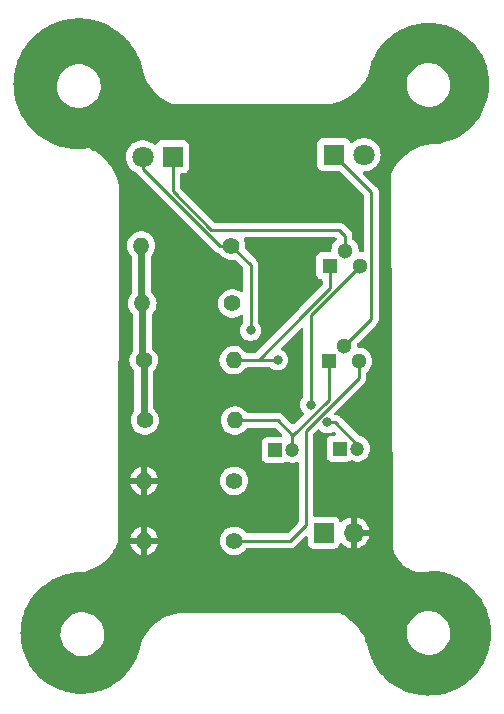
<source format=gbr>
%TF.GenerationSoftware,KiCad,Pcbnew,7.0.6*%
%TF.CreationDate,2023-09-30T16:03:16+02:00*%
%TF.ProjectId,bc546b-astable-multivibrator,62633534-3662-42d6-9173-7461626c652d,0*%
%TF.SameCoordinates,Original*%
%TF.FileFunction,Copper,L1,Top*%
%TF.FilePolarity,Positive*%
%FSLAX46Y46*%
G04 Gerber Fmt 4.6, Leading zero omitted, Abs format (unit mm)*
G04 Created by KiCad (PCBNEW 7.0.6) date 2023-09-30 16:03:16*
%MOMM*%
%LPD*%
G01*
G04 APERTURE LIST*
%TA.AperFunction,ComponentPad*%
%ADD10R,1.200000X1.200000*%
%TD*%
%TA.AperFunction,ComponentPad*%
%ADD11C,1.200000*%
%TD*%
%TA.AperFunction,ComponentPad*%
%ADD12C,1.400000*%
%TD*%
%TA.AperFunction,ComponentPad*%
%ADD13O,1.400000X1.400000*%
%TD*%
%TA.AperFunction,ComponentPad*%
%ADD14R,1.300000X1.300000*%
%TD*%
%TA.AperFunction,ComponentPad*%
%ADD15C,1.300000*%
%TD*%
%TA.AperFunction,ComponentPad*%
%ADD16R,1.700000X1.700000*%
%TD*%
%TA.AperFunction,ComponentPad*%
%ADD17O,1.700000X1.700000*%
%TD*%
%TA.AperFunction,ComponentPad*%
%ADD18R,1.800000X1.800000*%
%TD*%
%TA.AperFunction,ComponentPad*%
%ADD19C,1.800000*%
%TD*%
%TA.AperFunction,ViaPad*%
%ADD20C,0.800000*%
%TD*%
%TA.AperFunction,Conductor*%
%ADD21C,0.250000*%
%TD*%
%TA.AperFunction,Conductor*%
%ADD22C,0.600000*%
%TD*%
G04 APERTURE END LIST*
D10*
%TO.P,C2,1*%
%TO.N,Net-(D1-A)*%
X99443915Y-76221520D03*
D11*
%TO.P,C2,2*%
%TO.N,Net-(BC546B2-C)*%
X100943915Y-76221520D03*
%TD*%
D12*
%TO.P,R6,1*%
%TO.N,Net-(BC546B2-E)*%
X96006514Y-83921520D03*
D13*
%TO.P,R6,2*%
%TO.N,GND*%
X88386514Y-83921520D03*
%TD*%
D10*
%TO.P,C1,1*%
%TO.N,Net-(D2-A)*%
X104943915Y-76121520D03*
D11*
%TO.P,C1,2*%
%TO.N,Net-(BC546B1-C)*%
X106443915Y-76121520D03*
%TD*%
D12*
%TO.P,R3,1*%
%TO.N,+9V*%
X88356514Y-68621520D03*
D13*
%TO.P,R3,2*%
%TO.N,Net-(BC546B1-C)*%
X95976514Y-68621520D03*
%TD*%
D14*
%TO.P,BC546B1,1,C*%
%TO.N,Net-(BC546B1-C)*%
X104126514Y-60621520D03*
D15*
%TO.P,BC546B1,2,B*%
%TO.N,/I2*%
X105396514Y-59351520D03*
%TO.P,BC546B1,3,E*%
%TO.N,Net-(BC546B1-E)*%
X106666514Y-60621520D03*
%TD*%
D12*
%TO.P,R1,1*%
%TO.N,Net-(D1-A)*%
X95766514Y-58921520D03*
D13*
%TO.P,R1,2*%
%TO.N,+9V*%
X88146514Y-58921520D03*
%TD*%
D12*
%TO.P,R5,1*%
%TO.N,Net-(BC546B1-E)*%
X96006514Y-78841520D03*
D13*
%TO.P,R5,2*%
%TO.N,GND*%
X88386514Y-78841520D03*
%TD*%
D12*
%TO.P,R4,1*%
%TO.N,+9V*%
X88456514Y-73721520D03*
D13*
%TO.P,R4,2*%
%TO.N,Net-(BC546B2-C)*%
X96076514Y-73721520D03*
%TD*%
D16*
%TO.P,BT1,1,+*%
%TO.N,+9V*%
X103591514Y-83221520D03*
D17*
%TO.P,BT1,2,-*%
%TO.N,GND*%
X106131514Y-83221520D03*
%TD*%
D14*
%TO.P,BC546B2,1,C*%
%TO.N,Net-(BC546B2-C)*%
X104026514Y-68721520D03*
D15*
%TO.P,BC546B2,2,B*%
%TO.N,/I1*%
X105296514Y-67451520D03*
%TO.P,BC546B2,3,E*%
%TO.N,Net-(BC546B2-E)*%
X106566514Y-68721520D03*
%TD*%
D18*
%TO.P,D1,1,K*%
%TO.N,/I2*%
X90800000Y-51400000D03*
D19*
%TO.P,D1,2,A*%
%TO.N,Net-(D1-A)*%
X88260000Y-51400000D03*
%TD*%
D18*
%TO.P,D2,1,K*%
%TO.N,/I1*%
X104466514Y-51221520D03*
D19*
%TO.P,D2,2,A*%
%TO.N,Net-(D2-A)*%
X107006514Y-51221520D03*
%TD*%
D12*
%TO.P,R2,1*%
%TO.N,Net-(D2-A)*%
X95866514Y-63821520D03*
D13*
%TO.P,R2,2*%
%TO.N,+9V*%
X88246514Y-63821520D03*
%TD*%
D20*
%TO.N,Net-(BC546B1-C)*%
X99700000Y-68600000D03*
X103900000Y-73900000D03*
%TO.N,Net-(BC546B1-E)*%
X102500000Y-72400000D03*
%TO.N,GND*%
X100200000Y-70900000D03*
X106400000Y-80700000D03*
X101800000Y-50400000D03*
X100100000Y-54900000D03*
X88800000Y-81100000D03*
X94400000Y-71000000D03*
X101400000Y-62300000D03*
X87100000Y-76100000D03*
X107100000Y-90300000D03*
X94100000Y-61400000D03*
X93500000Y-50100000D03*
X99400000Y-59500000D03*
X95000000Y-76500000D03*
X93900000Y-66100000D03*
X107600000Y-72000000D03*
X97900000Y-80000000D03*
X87800000Y-90400000D03*
X88800000Y-56700000D03*
%TO.N,Net-(D1-A)*%
X97400000Y-66100000D03*
%TD*%
D21*
%TO.N,Net-(BC546B1-C)*%
X99678480Y-68621520D02*
X99700000Y-68600000D01*
X102050000Y-64601638D02*
X104126514Y-62525124D01*
X104126514Y-62525124D02*
X104126514Y-60621520D01*
X106443915Y-76121520D02*
X106443915Y-75771520D01*
X102050000Y-64650000D02*
X102050000Y-64601638D01*
X106443915Y-75771520D02*
X104572395Y-73900000D01*
X95976514Y-68621520D02*
X99678480Y-68621520D01*
X95976514Y-68621520D02*
X98078480Y-68621520D01*
X104572395Y-73900000D02*
X103900000Y-73900000D01*
X98078480Y-68621520D02*
X102050000Y-64650000D01*
%TO.N,/I2*%
X90800000Y-51400000D02*
X90800000Y-54308559D01*
X104900000Y-57600000D02*
X105396514Y-58096514D01*
X94091441Y-57600000D02*
X104900000Y-57600000D01*
X105396514Y-58096514D02*
X105396514Y-59351520D01*
X90800000Y-54308559D02*
X94091441Y-57600000D01*
%TO.N,Net-(BC546B1-E)*%
X102500000Y-72400000D02*
X102500000Y-72500000D01*
X106666514Y-60621520D02*
X102500000Y-64788034D01*
X102500000Y-64788034D02*
X102500000Y-72400000D01*
%TO.N,Net-(BC546B2-C)*%
X100943915Y-75056085D02*
X104026514Y-71973486D01*
X99721520Y-73721520D02*
X100943915Y-74943915D01*
X104026514Y-71973486D02*
X104026514Y-68721520D01*
X96076514Y-73721520D02*
X99721520Y-73721520D01*
X100943915Y-74943915D02*
X100943915Y-76221520D01*
X100943915Y-76221520D02*
X100943915Y-75056085D01*
%TO.N,/I1*%
X107641514Y-54396520D02*
X107641514Y-65106520D01*
X104466514Y-51221520D02*
X107641514Y-54396520D01*
X107641514Y-65106520D02*
X105296514Y-67451520D01*
%TO.N,Net-(BC546B2-E)*%
X106566514Y-70133486D02*
X106566514Y-68721520D01*
X96006514Y-83921520D02*
X100778480Y-83921520D01*
X100778480Y-83921520D02*
X102100000Y-82600000D01*
X102100000Y-82600000D02*
X102100000Y-74600000D01*
X102100000Y-74600000D02*
X106566514Y-70133486D01*
D22*
%TO.N,+9V*%
X88146514Y-63721520D02*
X88246514Y-63821520D01*
X88246514Y-68511520D02*
X88356514Y-68621520D01*
X88146514Y-58921520D02*
X88146514Y-63721520D01*
X88356514Y-73621520D02*
X88456514Y-73721520D01*
X88246514Y-63821520D02*
X88246514Y-68511520D01*
X88356514Y-68621520D02*
X88356514Y-73621520D01*
D21*
%TO.N,Net-(D1-A)*%
X97400000Y-66100000D02*
X97400000Y-66200000D01*
X95766514Y-58921520D02*
X94776565Y-58921520D01*
X97400000Y-60555006D02*
X97400000Y-66100000D01*
X88260000Y-52404955D02*
X88260000Y-51400000D01*
X95766514Y-58921520D02*
X97400000Y-60555006D01*
X94776565Y-58921520D02*
X88260000Y-52404955D01*
%TD*%
%TA.AperFunction,Conductor*%
%TO.N,GND*%
G36*
X83135272Y-39692651D02*
G01*
X83139007Y-39692831D01*
X83349073Y-39709382D01*
X83601339Y-39734984D01*
X83605189Y-39735497D01*
X83812175Y-39769754D01*
X83983753Y-39801858D01*
X84062204Y-39816537D01*
X84066089Y-39817393D01*
X84223394Y-39857459D01*
X84268336Y-39868906D01*
X84298336Y-39877170D01*
X84514580Y-39936739D01*
X84518476Y-39937951D01*
X84714261Y-40006060D01*
X84955228Y-40094741D01*
X84959044Y-40096293D01*
X85146801Y-40180177D01*
X85380942Y-40289397D01*
X85384693Y-40291308D01*
X85562860Y-40389928D01*
X85703696Y-40470622D01*
X85788671Y-40519310D01*
X85792392Y-40521620D01*
X85959420Y-40633681D01*
X86175567Y-40782869D01*
X86179138Y-40785529D01*
X86315439Y-40894924D01*
X86333569Y-40909475D01*
X86538806Y-41078163D01*
X86542229Y-41081194D01*
X86682540Y-41215009D01*
X86875843Y-41403123D01*
X86879042Y-41406479D01*
X86951579Y-41488567D01*
X87003677Y-41547526D01*
X87184223Y-41755395D01*
X87187207Y-41759110D01*
X87294415Y-41903606D01*
X87461754Y-42132474D01*
X87464467Y-42136507D01*
X87552111Y-42278520D01*
X87706455Y-42531676D01*
X87708851Y-42535986D01*
X87773531Y-42664093D01*
X87916547Y-42950108D01*
X87918621Y-42954716D01*
X87951816Y-43037303D01*
X88089924Y-43383242D01*
X88091647Y-43388146D01*
X88226293Y-43829654D01*
X88226394Y-43830040D01*
X88235518Y-43865090D01*
X88236369Y-43868832D01*
X88264902Y-44015005D01*
X88264903Y-44015012D01*
X88333026Y-44249622D01*
X88350029Y-44318465D01*
X88356439Y-44330254D01*
X88370649Y-44379194D01*
X88370652Y-44379202D01*
X88481020Y-44661673D01*
X88494222Y-44698875D01*
X88497420Y-44703649D01*
X88508663Y-44732423D01*
X88508665Y-44732428D01*
X88677821Y-45071818D01*
X88677827Y-45071829D01*
X88876766Y-45394665D01*
X88876775Y-45394678D01*
X89103888Y-45698350D01*
X89103893Y-45698356D01*
X89169831Y-45771734D01*
X89357360Y-45980424D01*
X89357363Y-45980427D01*
X89357366Y-45980430D01*
X89357367Y-45980431D01*
X89429213Y-46047210D01*
X89635125Y-46238602D01*
X89842304Y-46399056D01*
X89934945Y-46470804D01*
X89960958Y-46487444D01*
X89963942Y-46490873D01*
X89998906Y-46511719D01*
X90254398Y-46675153D01*
X90254401Y-46675155D01*
X90254405Y-46675157D01*
X90299633Y-46698657D01*
X90307264Y-46705980D01*
X90374068Y-46737333D01*
X90590906Y-46850001D01*
X90590911Y-46850003D01*
X90590913Y-46850004D01*
X90731476Y-46907681D01*
X90731667Y-46907834D01*
X90754727Y-46917247D01*
X90754904Y-46917341D01*
X90765758Y-46921750D01*
X90773909Y-46925077D01*
X90773947Y-46925093D01*
X90774886Y-46925477D01*
X90792121Y-46921976D01*
X104261545Y-46900560D01*
X104276872Y-46905034D01*
X104290930Y-46902290D01*
X104290971Y-46902293D01*
X104291436Y-46902191D01*
X104300097Y-46900500D01*
X104300098Y-46900501D01*
X104486197Y-46864176D01*
X104720563Y-46796125D01*
X104789483Y-46779102D01*
X104801290Y-46772684D01*
X104850377Y-46758432D01*
X105132502Y-46648200D01*
X105169874Y-46634937D01*
X105174676Y-46631722D01*
X105203595Y-46620423D01*
X105542998Y-46451264D01*
X105865845Y-46252320D01*
X106169530Y-46025198D01*
X106451601Y-45771731D01*
X106709779Y-45493967D01*
X106790854Y-45389283D01*
X110612301Y-45389283D01*
X110641927Y-45658533D01*
X110641929Y-45658544D01*
X110710440Y-45920602D01*
X110710442Y-45920608D01*
X110816384Y-46169910D01*
X110915396Y-46332146D01*
X110957493Y-46401125D01*
X110957500Y-46401135D01*
X111130767Y-46609339D01*
X111130773Y-46609344D01*
X111159337Y-46634937D01*
X111332512Y-46790102D01*
X111558424Y-46939564D01*
X111803690Y-47054540D01*
X111803697Y-47054542D01*
X111803699Y-47054543D01*
X112063071Y-47132577D01*
X112063078Y-47132578D01*
X112063083Y-47132580D01*
X112331075Y-47172020D01*
X112331080Y-47172020D01*
X112534150Y-47172020D01*
X112585647Y-47168250D01*
X112736670Y-47157197D01*
X112849272Y-47132113D01*
X113001060Y-47098302D01*
X113001062Y-47098301D01*
X113001067Y-47098300D01*
X113254072Y-47001534D01*
X113490291Y-46868961D01*
X113704691Y-46703408D01*
X113892700Y-46508401D01*
X114050313Y-46288099D01*
X114124301Y-46144189D01*
X114174163Y-46047210D01*
X114174165Y-46047204D01*
X114174170Y-46047195D01*
X114261632Y-45790825D01*
X114310833Y-45524453D01*
X114320726Y-45253755D01*
X114291100Y-44984502D01*
X114222586Y-44722432D01*
X114116644Y-44473130D01*
X113975532Y-44241910D01*
X113938021Y-44196836D01*
X113802260Y-44033700D01*
X113802254Y-44033695D01*
X113600516Y-43852938D01*
X113374606Y-43703477D01*
X113342657Y-43688500D01*
X113129338Y-43588500D01*
X113129333Y-43588498D01*
X113129328Y-43588496D01*
X112869956Y-43510462D01*
X112869942Y-43510459D01*
X112754305Y-43493441D01*
X112601953Y-43471020D01*
X112398883Y-43471020D01*
X112398878Y-43471020D01*
X112196358Y-43485843D01*
X112196345Y-43485845D01*
X111931967Y-43544737D01*
X111931960Y-43544740D01*
X111678953Y-43641507D01*
X111442740Y-43774077D01*
X111228336Y-43939632D01*
X111040336Y-44134629D01*
X111040330Y-44134636D01*
X110882716Y-44354939D01*
X110882713Y-44354944D01*
X110758864Y-44595829D01*
X110758857Y-44595847D01*
X110671398Y-44852205D01*
X110671395Y-44852219D01*
X110622195Y-45118588D01*
X110622194Y-45118595D01*
X110612301Y-45389283D01*
X106790854Y-45389283D01*
X106941981Y-45194148D01*
X106958710Y-45167995D01*
X106962152Y-45165000D01*
X106983077Y-45129903D01*
X107146331Y-44874695D01*
X107169896Y-44829341D01*
X107177240Y-44821687D01*
X107208646Y-44754764D01*
X107321179Y-44538187D01*
X107379329Y-44396469D01*
X107389698Y-44383412D01*
X107390875Y-44376416D01*
X107398459Y-44349864D01*
X107401978Y-44341295D01*
X107400574Y-44328455D01*
X107401384Y-44324326D01*
X107414380Y-44263523D01*
X107484830Y-43933915D01*
X107486161Y-43928778D01*
X107502861Y-43874079D01*
X107589053Y-43591764D01*
X107614387Y-43509517D01*
X107616083Y-43504727D01*
X107729039Y-43223610D01*
X107780724Y-43096501D01*
X107782803Y-43091929D01*
X107909620Y-42840919D01*
X107982152Y-42699392D01*
X107984544Y-42695150D01*
X108125988Y-42466284D01*
X108217125Y-42321237D01*
X108219865Y-42317235D01*
X108248649Y-42278520D01*
X108375812Y-42107482D01*
X108483925Y-41964788D01*
X108486897Y-41961164D01*
X108656752Y-41769468D01*
X108780532Y-41632754D01*
X108783713Y-41629495D01*
X108966602Y-41455673D01*
X109104688Y-41327648D01*
X109108107Y-41324703D01*
X109302925Y-41169011D01*
X109454022Y-41051691D01*
X109457566Y-41049138D01*
X109663191Y-40911911D01*
X109825879Y-40806985D01*
X109829522Y-40804812D01*
X110044594Y-40686552D01*
X110217495Y-40595343D01*
X110221198Y-40593548D01*
X110444290Y-40494726D01*
X110625908Y-40418363D01*
X110629678Y-40416924D01*
X110859299Y-40337955D01*
X111048068Y-40277357D01*
X111051862Y-40276274D01*
X111286431Y-40217504D01*
X111480830Y-40173373D01*
X111484606Y-40172641D01*
X111722597Y-40134297D01*
X111920912Y-40107194D01*
X111924652Y-40106800D01*
X112164352Y-40089031D01*
X112365081Y-40079301D01*
X112368785Y-40079234D01*
X112608527Y-40082052D01*
X112809991Y-40089907D01*
X112813526Y-40090148D01*
X113051737Y-40113449D01*
X113252274Y-40138926D01*
X113255698Y-40139460D01*
X113490648Y-40183004D01*
X113688664Y-40225990D01*
X113691895Y-40226784D01*
X113921963Y-40290210D01*
X114115846Y-40350432D01*
X114118964Y-40351493D01*
X114342468Y-40434283D01*
X114530682Y-40511332D01*
X114533615Y-40512624D01*
X114749008Y-40614158D01*
X114930057Y-40707485D01*
X114932747Y-40708959D01*
X115138537Y-40828501D01*
X115310934Y-40937392D01*
X115313401Y-40939035D01*
X115497042Y-41067932D01*
X115508115Y-41075704D01*
X115670495Y-41199339D01*
X115672772Y-41201158D01*
X115854991Y-41353939D01*
X116006069Y-41491374D01*
X116008105Y-41493313D01*
X116176564Y-41661132D01*
X116316041Y-41812283D01*
X116387503Y-41896858D01*
X116470417Y-41994988D01*
X116596164Y-42157732D01*
X116722196Y-42335846D01*
X116733509Y-42351833D01*
X116735081Y-42354165D01*
X116845374Y-42526066D01*
X116965597Y-42731228D01*
X116967011Y-42733776D01*
X117061808Y-42914513D01*
X117164057Y-43129300D01*
X117165287Y-43132054D01*
X117243861Y-43320173D01*
X117327369Y-43543008D01*
X117328390Y-43545954D01*
X117390184Y-43740024D01*
X117454336Y-43969316D01*
X117455123Y-43972438D01*
X117499678Y-44170875D01*
X117543998Y-44405041D01*
X117544528Y-44408321D01*
X117571547Y-44609552D01*
X117595672Y-44846886D01*
X117595925Y-44850302D01*
X117605257Y-45052721D01*
X117608973Y-45291561D01*
X117608928Y-45295088D01*
X117600575Y-45497090D01*
X117583794Y-45735761D01*
X117583434Y-45739372D01*
X117557555Y-45939296D01*
X117520324Y-46176118D01*
X117519633Y-46179786D01*
X117476538Y-46376071D01*
X117419027Y-46609375D01*
X117417995Y-46613067D01*
X117358163Y-46804105D01*
X117280658Y-47032286D01*
X117279274Y-47035971D01*
X117203351Y-47220193D01*
X117106256Y-47441656D01*
X117104515Y-47445300D01*
X117013275Y-47621277D01*
X116897120Y-47834435D01*
X116895019Y-47838002D01*
X116789437Y-48004290D01*
X116654807Y-48207695D01*
X116652345Y-48211152D01*
X116533586Y-48366365D01*
X116381126Y-48558633D01*
X116378308Y-48561941D01*
X116247729Y-48704802D01*
X116078144Y-48884597D01*
X116074979Y-48887721D01*
X115934118Y-49017088D01*
X115748095Y-49183184D01*
X115744592Y-49186088D01*
X115595329Y-49300855D01*
X115393464Y-49452133D01*
X115389639Y-49454782D01*
X115234207Y-49553991D01*
X115016910Y-49689430D01*
X115012782Y-49691788D01*
X114853965Y-49774611D01*
X114621230Y-49893307D01*
X114616821Y-49895342D01*
X114458541Y-49961016D01*
X114348033Y-50005909D01*
X114209390Y-50062231D01*
X114204725Y-50063912D01*
X114052908Y-50111857D01*
X113784481Y-50194928D01*
X113779588Y-50196226D01*
X113645430Y-50226015D01*
X113349666Y-50290408D01*
X113344580Y-50291295D01*
X113259022Y-50302578D01*
X112909827Y-50347742D01*
X112904529Y-50348197D01*
X112511468Y-50365061D01*
X112498565Y-50361866D01*
X112476252Y-50365455D01*
X112456563Y-50367028D01*
X112443099Y-50367028D01*
X112434494Y-50371977D01*
X112425527Y-50373789D01*
X112275773Y-50398341D01*
X112212417Y-50414858D01*
X112037354Y-50460496D01*
X111967335Y-50475664D01*
X111954879Y-50481997D01*
X111901837Y-50495824D01*
X111901816Y-50495831D01*
X111614435Y-50599975D01*
X111575987Y-50612513D01*
X111570859Y-50615766D01*
X111538509Y-50627489D01*
X111538506Y-50627491D01*
X111316818Y-50731942D01*
X111188912Y-50792206D01*
X110856084Y-50988540D01*
X110856079Y-50988543D01*
X110542827Y-51214836D01*
X110251858Y-51469132D01*
X109985652Y-51749269D01*
X109985646Y-51749276D01*
X109746509Y-52052824D01*
X109727801Y-52081715D01*
X109724163Y-52084845D01*
X109702617Y-52120610D01*
X109536474Y-52377201D01*
X109536464Y-52377218D01*
X109511068Y-52425765D01*
X109503374Y-52433737D01*
X109471535Y-52501338D01*
X109357349Y-52719614D01*
X109298284Y-52863528D01*
X109298128Y-52863722D01*
X109288687Y-52886850D01*
X109288444Y-52887310D01*
X109284065Y-52898173D01*
X109281264Y-52905030D01*
X109281264Y-52905034D01*
X109280574Y-52906722D01*
X109284069Y-52923862D01*
X109434025Y-84143691D01*
X109431564Y-84152223D01*
X109434118Y-84188218D01*
X109434261Y-84191697D01*
X109434513Y-84193624D01*
X109445106Y-84336682D01*
X109445106Y-84336684D01*
X109477984Y-84509400D01*
X109478515Y-84512660D01*
X109489049Y-84590311D01*
X109496882Y-84608667D01*
X109500099Y-84625566D01*
X109500102Y-84625576D01*
X109560339Y-84818741D01*
X109561120Y-84821463D01*
X109578319Y-84887006D01*
X109585593Y-84899726D01*
X109587640Y-84906290D01*
X109587644Y-84906299D01*
X109664982Y-85081138D01*
X109683387Y-85122745D01*
X109702328Y-85170389D01*
X109703972Y-85172598D01*
X109704988Y-85172078D01*
X109706600Y-85175223D01*
X109706603Y-85175230D01*
X109707807Y-85177282D01*
X109848831Y-85417620D01*
X109854393Y-85427795D01*
X109855218Y-85428583D01*
X109967928Y-85578452D01*
X110032173Y-85663878D01*
X110035504Y-85667390D01*
X110037865Y-85670248D01*
X110039091Y-85671172D01*
X110234542Y-85877231D01*
X110234545Y-85877234D01*
X110247715Y-85888274D01*
X110249436Y-85889917D01*
X110250231Y-85890383D01*
X110427170Y-86038701D01*
X110427169Y-86038701D01*
X110449273Y-86057229D01*
X110459907Y-86066143D01*
X110484778Y-86082561D01*
X110485428Y-86083050D01*
X110485696Y-86083167D01*
X110554689Y-86128711D01*
X110679537Y-86211127D01*
X110679663Y-86211277D01*
X110680452Y-86211731D01*
X110705323Y-86228149D01*
X110949342Y-86351883D01*
X110949792Y-86352306D01*
X110952264Y-86353365D01*
X110967592Y-86361137D01*
X110967598Y-86361140D01*
X111233885Y-86459887D01*
X111234710Y-86460502D01*
X111238767Y-86461698D01*
X111241750Y-86462803D01*
X111243317Y-86463385D01*
X111528889Y-86533553D01*
X111528893Y-86533553D01*
X111529225Y-86533635D01*
X111529938Y-86534049D01*
X111541703Y-86535186D01*
X111820595Y-86570730D01*
X111820596Y-86570730D01*
X111824127Y-86570977D01*
X111823997Y-86572828D01*
X111877992Y-86571452D01*
X112086260Y-86574073D01*
X112114631Y-86574431D01*
X112114631Y-86574430D01*
X112114638Y-86574431D01*
X112121470Y-86573734D01*
X112132983Y-86575876D01*
X112203053Y-86565482D01*
X112205832Y-86565134D01*
X112407188Y-86544609D01*
X112423968Y-86540931D01*
X112439853Y-86542041D01*
X112519457Y-86520092D01*
X112522644Y-86519303D01*
X112694436Y-86481652D01*
X112807060Y-86443078D01*
X112861121Y-86437169D01*
X113283155Y-86484733D01*
X113288371Y-86485550D01*
X113630960Y-86554340D01*
X113732726Y-86575048D01*
X113737716Y-86576282D01*
X114029131Y-86661371D01*
X114145535Y-86695903D01*
X114173957Y-86704335D01*
X114178747Y-86705971D01*
X114263226Y-86738739D01*
X114443266Y-86808574D01*
X114566067Y-86857058D01*
X114602305Y-86871366D01*
X114606837Y-86873367D01*
X114851716Y-86993458D01*
X115014584Y-87074899D01*
X115018809Y-87077223D01*
X115182151Y-87175552D01*
X115246417Y-87214239D01*
X115407631Y-87313376D01*
X115411573Y-87316013D01*
X115484214Y-87368732D01*
X115622688Y-87469230D01*
X115773653Y-87581390D01*
X115778515Y-87585003D01*
X115782129Y-87587903D01*
X115976661Y-87756376D01*
X116124458Y-87887745D01*
X116127723Y-87890867D01*
X116247660Y-88014276D01*
X116305287Y-88073571D01*
X116442841Y-88219306D01*
X116445759Y-88222628D01*
X116605719Y-88418343D01*
X116731291Y-88577208D01*
X116733839Y-88580672D01*
X116822356Y-88710259D01*
X116875503Y-88788065D01*
X116987629Y-88958750D01*
X116989820Y-88962344D01*
X117112505Y-89179962D01*
X117209919Y-89361030D01*
X117211742Y-89364705D01*
X117314863Y-89591094D01*
X117396516Y-89781071D01*
X117397975Y-89784791D01*
X117442640Y-89910459D01*
X117478181Y-90010459D01*
X117480984Y-90018344D01*
X117546000Y-90215671D01*
X117547101Y-90219401D01*
X117609577Y-90458517D01*
X117657262Y-90661595D01*
X117658014Y-90665301D01*
X117699630Y-90908276D01*
X117729454Y-91115424D01*
X117729870Y-91119076D01*
X117750440Y-91364253D01*
X117762050Y-91573794D01*
X117762145Y-91577363D01*
X117761598Y-91823005D01*
X117754803Y-92033257D01*
X117754595Y-92036714D01*
X117732997Y-92281072D01*
X117707775Y-92490328D01*
X117707284Y-92493649D01*
X117664841Y-92734989D01*
X117621320Y-92941606D01*
X117620567Y-92944767D01*
X117557624Y-93181366D01*
X117496103Y-93383643D01*
X117495113Y-93386626D01*
X117412141Y-93616826D01*
X117333062Y-93813158D01*
X117331860Y-93815946D01*
X117229477Y-94038090D01*
X117133436Y-94226908D01*
X117132046Y-94229487D01*
X117011003Y-94441978D01*
X116898713Y-94621804D01*
X116897164Y-94624163D01*
X116758350Y-94825454D01*
X116709065Y-94890848D01*
X116629881Y-94995915D01*
X116473390Y-95185656D01*
X116330516Y-95344191D01*
X116159297Y-95518803D01*
X116157274Y-95520773D01*
X116002112Y-95665226D01*
X115816542Y-95824496D01*
X115814274Y-95826351D01*
X115647178Y-95956576D01*
X115448584Y-96099360D01*
X115446076Y-96101072D01*
X115268377Y-96216071D01*
X115058178Y-96341333D01*
X115055438Y-96342873D01*
X114868581Y-96441756D01*
X114648241Y-96548599D01*
X114645280Y-96549940D01*
X114450754Y-96631972D01*
X114221887Y-96719573D01*
X114218722Y-96720687D01*
X114018099Y-96785269D01*
X113782317Y-96852975D01*
X113778963Y-96853838D01*
X113573851Y-96900520D01*
X113332804Y-96947805D01*
X113329283Y-96948391D01*
X113121375Y-96976870D01*
X112876752Y-97003338D01*
X112873087Y-97003625D01*
X112664060Y-97013768D01*
X112600774Y-97015150D01*
X112417569Y-97019153D01*
X112413795Y-97019121D01*
X112205378Y-97010955D01*
X112086673Y-97003338D01*
X111958736Y-96995128D01*
X111954870Y-96994758D01*
X111748776Y-96968482D01*
X111503684Y-96931438D01*
X111499762Y-96930715D01*
X111431839Y-96915921D01*
X111297708Y-96886706D01*
X111055836Y-96828554D01*
X111051882Y-96827464D01*
X110855556Y-96766281D01*
X110618597Y-96687263D01*
X110614652Y-96685797D01*
X110425676Y-96608172D01*
X110195199Y-96508602D01*
X110191299Y-96506753D01*
X110011385Y-96413682D01*
X109788870Y-96293928D01*
X109785053Y-96291695D01*
X109615771Y-96184369D01*
X109402646Y-96044842D01*
X109398951Y-96042224D01*
X109241877Y-95922148D01*
X109039422Y-95763200D01*
X109035886Y-95760204D01*
X109030951Y-95755695D01*
X108892614Y-95629293D01*
X108872549Y-95610544D01*
X108701962Y-95451142D01*
X108698655Y-95447806D01*
X108578361Y-95316802D01*
X108570672Y-95308428D01*
X108392829Y-95111038D01*
X108389726Y-95107312D01*
X108304131Y-94995915D01*
X108278739Y-94962869D01*
X108257519Y-94934806D01*
X108114290Y-94745386D01*
X108111466Y-94741324D01*
X108019520Y-94597086D01*
X108005127Y-94574205D01*
X107868466Y-94356950D01*
X107865971Y-94352598D01*
X107796247Y-94218626D01*
X107742363Y-94113994D01*
X107657225Y-93948674D01*
X107655068Y-93944022D01*
X107617380Y-93852909D01*
X107615359Y-93848022D01*
X107482646Y-93524831D01*
X107480836Y-93519820D01*
X107351159Y-93106048D01*
X107345484Y-93068965D01*
X107345484Y-93065695D01*
X107338755Y-93053372D01*
X107338218Y-93050768D01*
X107309155Y-92901867D01*
X107309153Y-92901859D01*
X107309150Y-92901843D01*
X107241251Y-92667997D01*
X107224169Y-92598833D01*
X107217729Y-92586984D01*
X107203409Y-92537666D01*
X107203405Y-92537654D01*
X107115385Y-92312373D01*
X107093430Y-92256182D01*
X107080048Y-92218470D01*
X107076801Y-92213620D01*
X107065402Y-92184444D01*
X106896245Y-91845041D01*
X106861886Y-91789283D01*
X110612301Y-91789283D01*
X110641927Y-92058533D01*
X110641929Y-92058544D01*
X110702658Y-92290834D01*
X110710442Y-92320608D01*
X110816384Y-92569910D01*
X110957493Y-92801125D01*
X110957500Y-92801135D01*
X111130767Y-93009339D01*
X111130773Y-93009344D01*
X111215980Y-93085689D01*
X111332512Y-93190102D01*
X111558424Y-93339564D01*
X111803690Y-93454540D01*
X111803697Y-93454542D01*
X111803699Y-93454543D01*
X112063071Y-93532577D01*
X112063078Y-93532578D01*
X112063083Y-93532580D01*
X112331075Y-93572020D01*
X112331080Y-93572020D01*
X112534150Y-93572020D01*
X112585647Y-93568250D01*
X112736670Y-93557197D01*
X112881966Y-93524831D01*
X113001060Y-93498302D01*
X113001062Y-93498301D01*
X113001067Y-93498300D01*
X113254072Y-93401534D01*
X113490291Y-93268961D01*
X113704691Y-93103408D01*
X113892700Y-92908401D01*
X114050313Y-92688099D01*
X114139764Y-92514116D01*
X114174163Y-92447210D01*
X114174165Y-92447204D01*
X114174170Y-92447195D01*
X114261632Y-92190825D01*
X114310833Y-91924453D01*
X114320726Y-91653755D01*
X114291100Y-91384502D01*
X114222586Y-91122432D01*
X114116644Y-90873130D01*
X113975532Y-90641910D01*
X113934102Y-90592126D01*
X113802260Y-90433700D01*
X113802254Y-90433695D01*
X113600516Y-90252938D01*
X113374606Y-90103477D01*
X113342657Y-90088500D01*
X113129338Y-89988500D01*
X113129333Y-89988498D01*
X113129328Y-89988496D01*
X112869956Y-89910462D01*
X112869942Y-89910459D01*
X112754305Y-89893441D01*
X112601953Y-89871020D01*
X112398883Y-89871020D01*
X112398878Y-89871020D01*
X112196358Y-89885843D01*
X112196345Y-89885845D01*
X111931967Y-89944737D01*
X111931960Y-89944740D01*
X111678953Y-90041507D01*
X111442740Y-90174077D01*
X111442738Y-90174078D01*
X111442737Y-90174079D01*
X111429042Y-90184654D01*
X111228336Y-90339632D01*
X111040336Y-90534629D01*
X111040330Y-90534636D01*
X110882716Y-90754939D01*
X110882713Y-90754944D01*
X110758864Y-90995829D01*
X110758857Y-90995847D01*
X110671398Y-91252205D01*
X110671395Y-91252219D01*
X110622195Y-91518588D01*
X110622194Y-91518595D01*
X110612301Y-91789283D01*
X106861886Y-91789283D01*
X106697303Y-91522193D01*
X106594321Y-91384495D01*
X106470194Y-91218522D01*
X106470190Y-91218517D01*
X106470183Y-91218508D01*
X106270103Y-90995847D01*
X106216716Y-90936434D01*
X105938964Y-90678263D01*
X105938956Y-90678257D01*
X105639136Y-90446053D01*
X105639135Y-90446052D01*
X105612743Y-90429170D01*
X105609715Y-90425691D01*
X105574240Y-90404540D01*
X105319686Y-90241705D01*
X105319686Y-90241704D01*
X105274113Y-90218025D01*
X105266419Y-90210642D01*
X105199216Y-90179108D01*
X104983176Y-90066854D01*
X104807989Y-89994969D01*
X104807955Y-89994955D01*
X104807763Y-89994876D01*
X104807300Y-89994687D01*
X104807299Y-89994687D01*
X104799386Y-89991457D01*
X104782260Y-89994927D01*
X91271919Y-90042403D01*
X91256713Y-90037996D01*
X91243352Y-90040554D01*
X91241523Y-90040745D01*
X91228785Y-90043405D01*
X91046851Y-90078916D01*
X91046839Y-90078919D01*
X90813869Y-90146562D01*
X90744303Y-90163743D01*
X90732389Y-90170219D01*
X90682675Y-90184654D01*
X90682674Y-90184654D01*
X90402266Y-90294211D01*
X90363972Y-90307800D01*
X90359056Y-90311093D01*
X90329465Y-90322655D01*
X90329425Y-90322672D01*
X89990054Y-90491811D01*
X89990050Y-90491813D01*
X89667190Y-90690760D01*
X89363507Y-90917876D01*
X89081445Y-91171329D01*
X88823265Y-91449087D01*
X88591052Y-91748912D01*
X88591047Y-91748920D01*
X88573926Y-91775684D01*
X88570396Y-91778754D01*
X88548929Y-91814761D01*
X88386699Y-92068362D01*
X88362841Y-92114278D01*
X88355400Y-92122031D01*
X88323688Y-92189628D01*
X88211851Y-92404856D01*
X88153686Y-92546600D01*
X88143436Y-92559512D01*
X88142120Y-92567147D01*
X88134823Y-92592704D01*
X88131072Y-92601945D01*
X88132484Y-92614342D01*
X88131578Y-92619016D01*
X88109981Y-92720028D01*
X88048323Y-93008410D01*
X88048042Y-93009723D01*
X88046706Y-93014878D01*
X87943887Y-93351416D01*
X87918212Y-93434712D01*
X87916484Y-93439585D01*
X87803588Y-93720302D01*
X87751496Y-93848297D01*
X87749395Y-93852909D01*
X87622594Y-94103617D01*
X87549612Y-94245870D01*
X87547169Y-94250194D01*
X87405605Y-94478966D01*
X87314078Y-94624449D01*
X87311328Y-94628461D01*
X87155217Y-94838137D01*
X87046649Y-94981222D01*
X87043628Y-94984902D01*
X86873603Y-95176478D01*
X86749367Y-95313471D01*
X86746109Y-95316802D01*
X86562980Y-95490528D01*
X86424442Y-95618729D01*
X86420987Y-95621699D01*
X86225850Y-95777310D01*
X86074315Y-95894708D01*
X86070698Y-95897308D01*
X85864791Y-96034374D01*
X85701637Y-96139323D01*
X85697897Y-96141548D01*
X85482541Y-96259600D01*
X85309185Y-96350755D01*
X85305358Y-96352603D01*
X85081988Y-96451167D01*
X84899944Y-96527399D01*
X84896068Y-96528872D01*
X84666151Y-96607547D01*
X84476928Y-96667961D01*
X84473037Y-96669065D01*
X84238181Y-96727490D01*
X84043379Y-96771363D01*
X84039508Y-96772106D01*
X83801280Y-96810050D01*
X83602514Y-96836846D01*
X83598695Y-96837241D01*
X83358774Y-96854564D01*
X83157634Y-96863919D01*
X83153897Y-96863980D01*
X82913961Y-96860669D01*
X82712120Y-96852379D01*
X82708494Y-96852123D01*
X82470195Y-96828294D01*
X82448264Y-96825459D01*
X82269290Y-96802320D01*
X82265802Y-96801768D01*
X82030786Y-96757655D01*
X82019553Y-96755189D01*
X81832504Y-96714127D01*
X81829176Y-96713300D01*
X81626562Y-96656918D01*
X81599079Y-96649270D01*
X81404951Y-96588448D01*
X81401831Y-96587378D01*
X81241162Y-96527399D01*
X81178330Y-96503943D01*
X80989958Y-96426260D01*
X80987010Y-96424953D01*
X80771667Y-96322743D01*
X80590551Y-96228760D01*
X80587816Y-96227252D01*
X80382170Y-96107028D01*
X80278591Y-96041194D01*
X80209766Y-95997448D01*
X80207258Y-95995766D01*
X80012748Y-95858396D01*
X79850438Y-95734054D01*
X79848164Y-95732225D01*
X79666210Y-95578726D01*
X79515273Y-95440564D01*
X79513240Y-95438616D01*
X79345130Y-95270087D01*
X79205878Y-95118204D01*
X79051944Y-94934806D01*
X78968040Y-94825465D01*
X78926497Y-94771327D01*
X78789639Y-94576512D01*
X78788097Y-94574205D01*
X78678199Y-94401609D01*
X78652252Y-94356971D01*
X78558563Y-94195789D01*
X78557169Y-94193256D01*
X78462842Y-94011838D01*
X78361277Y-93796469D01*
X78360055Y-93793706D01*
X78303630Y-93657194D01*
X78282017Y-93604906D01*
X78199256Y-93381504D01*
X78198255Y-93378578D01*
X78137092Y-93183911D01*
X78073749Y-92954067D01*
X78072994Y-92951023D01*
X78029135Y-92751992D01*
X78001360Y-92601945D01*
X77985710Y-92517403D01*
X77985192Y-92514116D01*
X77982097Y-92490328D01*
X77958950Y-92312417D01*
X77935778Y-92074699D01*
X77935543Y-92071332D01*
X77927918Y-91889283D01*
X81312301Y-91889283D01*
X81341927Y-92158533D01*
X81341929Y-92158544D01*
X81410440Y-92420602D01*
X81410442Y-92420608D01*
X81516384Y-92669910D01*
X81566469Y-92751977D01*
X81657493Y-92901125D01*
X81657500Y-92901135D01*
X81830767Y-93109339D01*
X81830773Y-93109344D01*
X82032512Y-93290102D01*
X82258424Y-93439564D01*
X82503690Y-93554540D01*
X82503697Y-93554542D01*
X82503699Y-93554543D01*
X82763071Y-93632577D01*
X82763078Y-93632578D01*
X82763083Y-93632580D01*
X83031075Y-93672020D01*
X83031080Y-93672020D01*
X83234150Y-93672020D01*
X83285647Y-93668250D01*
X83436670Y-93657197D01*
X83549272Y-93632113D01*
X83701060Y-93598302D01*
X83701062Y-93598301D01*
X83701067Y-93598300D01*
X83954072Y-93501534D01*
X84190291Y-93368961D01*
X84404691Y-93203408D01*
X84592700Y-93008401D01*
X84750313Y-92788099D01*
X84826160Y-92640576D01*
X84874163Y-92547210D01*
X84874165Y-92547204D01*
X84874170Y-92547195D01*
X84961632Y-92290825D01*
X85010833Y-92024453D01*
X85020726Y-91753755D01*
X84991100Y-91484502D01*
X84922586Y-91222432D01*
X84816644Y-90973130D01*
X84675532Y-90741910D01*
X84586261Y-90634639D01*
X84502260Y-90533700D01*
X84502254Y-90533695D01*
X84300516Y-90352938D01*
X84074606Y-90203477D01*
X84074604Y-90203476D01*
X83829338Y-90088500D01*
X83829333Y-90088498D01*
X83829328Y-90088496D01*
X83569956Y-90010462D01*
X83569942Y-90010459D01*
X83440821Y-89991457D01*
X83301953Y-89971020D01*
X83098883Y-89971020D01*
X83098878Y-89971020D01*
X82896358Y-89985843D01*
X82896345Y-89985845D01*
X82631967Y-90044737D01*
X82631960Y-90044740D01*
X82378953Y-90141507D01*
X82142740Y-90274077D01*
X82142738Y-90274078D01*
X82142737Y-90274079D01*
X82095579Y-90310493D01*
X81928336Y-90439632D01*
X81740336Y-90634629D01*
X81740330Y-90634636D01*
X81582716Y-90854939D01*
X81582713Y-90854944D01*
X81458864Y-91095829D01*
X81458857Y-91095847D01*
X81371398Y-91352205D01*
X81371395Y-91352219D01*
X81358236Y-91423462D01*
X81329810Y-91577363D01*
X81322195Y-91618588D01*
X81322194Y-91618595D01*
X81312301Y-91889283D01*
X77927918Y-91889283D01*
X77927047Y-91868475D01*
X77924345Y-91629310D01*
X77924406Y-91625805D01*
X77926783Y-91573794D01*
X77933653Y-91423482D01*
X77951500Y-91184599D01*
X77951874Y-91181017D01*
X77963286Y-91095847D01*
X77978700Y-90980805D01*
X78017046Y-90743862D01*
X78017739Y-90740273D01*
X78061820Y-90543806D01*
X78120497Y-90310429D01*
X78121507Y-90306877D01*
X78182372Y-90115711D01*
X78261065Y-89887599D01*
X78262428Y-89884019D01*
X78339430Y-89699721D01*
X78437714Y-89478482D01*
X78439427Y-89474944D01*
X78531738Y-89299045D01*
X78649105Y-89086202D01*
X78651197Y-89082690D01*
X78757836Y-88916616D01*
X78893680Y-88713644D01*
X78896118Y-88710259D01*
X79015961Y-88555313D01*
X79027010Y-88541527D01*
X79169595Y-88363638D01*
X79172376Y-88360407D01*
X79304008Y-88217932D01*
X79474758Y-88038837D01*
X79477897Y-88035773D01*
X79619772Y-87906900D01*
X79806931Y-87741629D01*
X79810388Y-87738795D01*
X79960681Y-87624568D01*
X80163557Y-87474304D01*
X80167338Y-87471717D01*
X80323781Y-87373119D01*
X80542048Y-87238809D01*
X80546111Y-87236519D01*
X80705772Y-87154441D01*
X80939469Y-87036975D01*
X80943844Y-87034988D01*
X81103019Y-86970057D01*
X81352929Y-86870273D01*
X81357526Y-86868648D01*
X81510103Y-86821485D01*
X81779238Y-86739993D01*
X81784092Y-86738739D01*
X81919007Y-86709662D01*
X82215260Y-86647094D01*
X82220315Y-86646245D01*
X82306384Y-86635452D01*
X82656092Y-86592479D01*
X82661377Y-86592059D01*
X83059836Y-86577550D01*
X83074185Y-86581201D01*
X83087934Y-86578496D01*
X83112701Y-86576165D01*
X83122505Y-86576229D01*
X83135557Y-86569159D01*
X83137606Y-86568738D01*
X83285042Y-86539792D01*
X83517808Y-86471940D01*
X83586741Y-86454835D01*
X83598529Y-86448410D01*
X83646622Y-86434392D01*
X83926784Y-86324622D01*
X83964371Y-86311242D01*
X83969189Y-86308007D01*
X83997295Y-86296996D01*
X84334236Y-86128711D01*
X84654730Y-85930892D01*
X84654733Y-85930889D01*
X84654739Y-85930886D01*
X84744515Y-85863654D01*
X84956197Y-85705133D01*
X85236207Y-85453253D01*
X85492504Y-85177281D01*
X85723024Y-84879439D01*
X85739287Y-84854003D01*
X85742750Y-84850988D01*
X85763826Y-84815625D01*
X85795791Y-84765633D01*
X85925911Y-84562128D01*
X85949003Y-84517673D01*
X85956346Y-84510019D01*
X85987765Y-84443053D01*
X86099528Y-84227903D01*
X86122660Y-84171520D01*
X87210019Y-84171520D01*
X87262753Y-84356869D01*
X87361882Y-84555945D01*
X87495905Y-84733420D01*
X87660252Y-84883241D01*
X87849334Y-85000317D01*
X87849336Y-85000318D01*
X88056709Y-85080655D01*
X88136514Y-85095572D01*
X88136514Y-84171520D01*
X87210019Y-84171520D01*
X86122660Y-84171520D01*
X86170927Y-84053874D01*
X86171044Y-84053592D01*
X86171044Y-84053591D01*
X86174566Y-84045103D01*
X86171107Y-84027782D01*
X86171296Y-83950822D01*
X88032886Y-83950822D01*
X88061561Y-84064058D01*
X88125450Y-84161847D01*
X88217629Y-84233592D01*
X88328109Y-84271520D01*
X88415519Y-84271520D01*
X88501730Y-84257134D01*
X88604461Y-84201539D01*
X88632095Y-84171520D01*
X88636514Y-84171520D01*
X88636514Y-85095572D01*
X88716318Y-85080655D01*
X88923691Y-85000318D01*
X88923693Y-85000317D01*
X89112775Y-84883241D01*
X89277122Y-84733420D01*
X89411145Y-84555945D01*
X89510274Y-84356869D01*
X89563009Y-84171520D01*
X88636514Y-84171520D01*
X88632095Y-84171520D01*
X88683574Y-84115599D01*
X88730496Y-84008628D01*
X88740142Y-83892218D01*
X88711467Y-83778982D01*
X88647578Y-83681193D01*
X88555399Y-83609448D01*
X88444919Y-83571520D01*
X88357509Y-83571520D01*
X88271298Y-83585906D01*
X88168567Y-83641501D01*
X88089454Y-83727441D01*
X88042532Y-83834412D01*
X88032886Y-83950822D01*
X86171296Y-83950822D01*
X86171983Y-83671520D01*
X87210019Y-83671520D01*
X88136514Y-83671520D01*
X88136514Y-82747466D01*
X88636514Y-82747466D01*
X88636514Y-83671520D01*
X89563009Y-83671520D01*
X89510274Y-83486170D01*
X89411145Y-83287094D01*
X89277122Y-83109619D01*
X89112775Y-82959798D01*
X88923693Y-82842722D01*
X88923691Y-82842721D01*
X88716313Y-82762384D01*
X88636514Y-82747466D01*
X88136514Y-82747466D01*
X88056714Y-82762384D01*
X87849336Y-82842721D01*
X87849334Y-82842722D01*
X87660252Y-82959798D01*
X87495905Y-83109619D01*
X87361882Y-83287094D01*
X87262753Y-83486170D01*
X87210019Y-83671520D01*
X86171983Y-83671520D01*
X86183249Y-79091520D01*
X87210019Y-79091520D01*
X87262753Y-79276869D01*
X87361882Y-79475945D01*
X87495905Y-79653420D01*
X87660252Y-79803241D01*
X87849334Y-79920317D01*
X87849336Y-79920318D01*
X88056709Y-80000655D01*
X88136514Y-80015572D01*
X88136514Y-79091520D01*
X87210019Y-79091520D01*
X86183249Y-79091520D01*
X86183792Y-78870822D01*
X88032886Y-78870822D01*
X88061561Y-78984058D01*
X88125450Y-79081847D01*
X88217629Y-79153592D01*
X88328109Y-79191520D01*
X88415519Y-79191520D01*
X88501730Y-79177134D01*
X88604461Y-79121539D01*
X88632095Y-79091520D01*
X88636514Y-79091520D01*
X88636514Y-80015572D01*
X88716318Y-80000655D01*
X88923691Y-79920318D01*
X88923693Y-79920317D01*
X89112775Y-79803241D01*
X89277122Y-79653420D01*
X89411145Y-79475945D01*
X89510274Y-79276869D01*
X89563009Y-79091520D01*
X88636514Y-79091520D01*
X88632095Y-79091520D01*
X88683574Y-79035599D01*
X88730496Y-78928628D01*
X88737714Y-78841520D01*
X94800871Y-78841520D01*
X94821398Y-79063055D01*
X94821399Y-79063057D01*
X94882283Y-79277043D01*
X94882289Y-79277058D01*
X94981452Y-79476203D01*
X94981457Y-79476211D01*
X95115534Y-79653758D01*
X95279951Y-79803643D01*
X95279953Y-79803645D01*
X95469109Y-79920765D01*
X95469110Y-79920765D01*
X95469113Y-79920767D01*
X95676574Y-80001138D01*
X95895271Y-80042020D01*
X95895273Y-80042020D01*
X96117755Y-80042020D01*
X96117757Y-80042020D01*
X96336454Y-80001138D01*
X96543915Y-79920767D01*
X96733076Y-79803644D01*
X96897495Y-79653756D01*
X97031572Y-79476209D01*
X97130743Y-79277048D01*
X97191629Y-79063056D01*
X97212157Y-78841520D01*
X97191629Y-78619984D01*
X97130743Y-78405992D01*
X97031703Y-78207094D01*
X97031575Y-78206836D01*
X97031570Y-78206828D01*
X96897493Y-78029281D01*
X96733076Y-77879396D01*
X96733074Y-77879394D01*
X96543918Y-77762274D01*
X96543912Y-77762272D01*
X96336454Y-77681902D01*
X96117757Y-77641020D01*
X95895271Y-77641020D01*
X95676574Y-77681902D01*
X95545378Y-77732727D01*
X95469115Y-77762272D01*
X95469109Y-77762274D01*
X95279953Y-77879394D01*
X95279951Y-77879396D01*
X95115534Y-78029281D01*
X94981457Y-78206828D01*
X94981452Y-78206836D01*
X94882289Y-78405981D01*
X94882283Y-78405996D01*
X94821399Y-78619982D01*
X94821398Y-78619984D01*
X94800871Y-78841519D01*
X94800871Y-78841520D01*
X88737714Y-78841520D01*
X88740142Y-78812218D01*
X88711467Y-78698982D01*
X88647578Y-78601193D01*
X88555399Y-78529448D01*
X88444919Y-78491520D01*
X88357509Y-78491520D01*
X88271298Y-78505906D01*
X88168567Y-78561501D01*
X88089454Y-78647441D01*
X88042532Y-78754412D01*
X88032886Y-78870822D01*
X86183792Y-78870822D01*
X86184479Y-78591520D01*
X87210019Y-78591520D01*
X88136514Y-78591520D01*
X88136514Y-77667466D01*
X88636514Y-77667466D01*
X88636514Y-78591520D01*
X89563009Y-78591520D01*
X89510274Y-78406170D01*
X89411145Y-78207094D01*
X89277122Y-78029619D01*
X89112775Y-77879798D01*
X88923693Y-77762722D01*
X88923691Y-77762721D01*
X88716313Y-77682384D01*
X88636514Y-77667466D01*
X88136514Y-77667466D01*
X88056714Y-77682384D01*
X87849336Y-77762721D01*
X87849334Y-77762722D01*
X87660252Y-77879798D01*
X87495905Y-78029619D01*
X87361882Y-78207094D01*
X87262753Y-78406170D01*
X87210019Y-78591520D01*
X86184479Y-78591520D01*
X86232864Y-58921520D01*
X86940871Y-58921520D01*
X86961398Y-59143055D01*
X86961399Y-59143057D01*
X87022283Y-59357043D01*
X87022289Y-59357058D01*
X87121452Y-59556203D01*
X87121457Y-59556211D01*
X87165078Y-59613974D01*
X87252080Y-59729184D01*
X87255534Y-59733757D01*
X87305551Y-59779353D01*
X87341833Y-59839064D01*
X87346014Y-59870991D01*
X87346014Y-62980328D01*
X87326329Y-63047367D01*
X87320968Y-63055054D01*
X87221461Y-63186822D01*
X87221452Y-63186836D01*
X87122289Y-63385981D01*
X87122283Y-63385996D01*
X87061399Y-63599982D01*
X87061398Y-63599984D01*
X87040871Y-63821519D01*
X87040871Y-63821520D01*
X87061398Y-64043055D01*
X87061399Y-64043057D01*
X87122283Y-64257043D01*
X87122289Y-64257058D01*
X87221452Y-64456203D01*
X87221457Y-64456211D01*
X87312063Y-64576193D01*
X87338527Y-64611237D01*
X87355534Y-64633757D01*
X87405551Y-64679353D01*
X87441833Y-64739064D01*
X87446014Y-64770991D01*
X87446014Y-67793571D01*
X87426329Y-67860610D01*
X87420968Y-67868298D01*
X87331457Y-67986828D01*
X87331452Y-67986836D01*
X87232289Y-68185981D01*
X87232283Y-68185996D01*
X87171399Y-68399982D01*
X87171398Y-68399984D01*
X87150871Y-68621519D01*
X87150871Y-68621520D01*
X87171398Y-68843055D01*
X87171399Y-68843057D01*
X87232283Y-69057043D01*
X87232289Y-69057058D01*
X87331452Y-69256203D01*
X87331457Y-69256211D01*
X87465534Y-69433757D01*
X87515551Y-69479353D01*
X87551833Y-69539064D01*
X87556014Y-69570991D01*
X87556014Y-72880328D01*
X87536329Y-72947367D01*
X87530968Y-72955054D01*
X87431461Y-73086822D01*
X87431452Y-73086836D01*
X87332289Y-73285981D01*
X87332283Y-73285996D01*
X87271399Y-73499982D01*
X87271398Y-73499984D01*
X87250871Y-73721519D01*
X87250871Y-73721520D01*
X87271398Y-73943055D01*
X87271399Y-73943057D01*
X87332283Y-74157043D01*
X87332289Y-74157058D01*
X87431452Y-74356203D01*
X87431457Y-74356211D01*
X87565534Y-74533758D01*
X87729951Y-74683643D01*
X87729953Y-74683645D01*
X87919109Y-74800765D01*
X87919110Y-74800765D01*
X87919113Y-74800767D01*
X88126574Y-74881138D01*
X88345271Y-74922020D01*
X88345273Y-74922020D01*
X88567755Y-74922020D01*
X88567757Y-74922020D01*
X88786454Y-74881138D01*
X88993915Y-74800767D01*
X89183076Y-74683644D01*
X89347495Y-74533756D01*
X89481572Y-74356209D01*
X89580743Y-74157048D01*
X89641629Y-73943056D01*
X89662157Y-73721520D01*
X89641629Y-73499984D01*
X89580743Y-73285992D01*
X89574776Y-73274008D01*
X89481575Y-73086836D01*
X89481570Y-73086828D01*
X89347495Y-72909284D01*
X89197475Y-72772522D01*
X89161194Y-72712810D01*
X89157014Y-72680885D01*
X89157014Y-69570991D01*
X89176699Y-69503952D01*
X89197477Y-69479353D01*
X89197862Y-69479002D01*
X89247495Y-69433756D01*
X89381572Y-69256209D01*
X89480743Y-69057048D01*
X89541629Y-68843056D01*
X89562157Y-68621520D01*
X89541629Y-68399984D01*
X89480743Y-68185992D01*
X89444530Y-68113266D01*
X89381575Y-67986836D01*
X89381570Y-67986828D01*
X89247495Y-67809284D01*
X89087475Y-67663406D01*
X89051194Y-67603694D01*
X89047014Y-67571769D01*
X89047014Y-64770991D01*
X89066699Y-64703952D01*
X89087477Y-64679353D01*
X89137495Y-64633756D01*
X89271572Y-64456209D01*
X89370743Y-64257048D01*
X89431629Y-64043056D01*
X89452157Y-63821520D01*
X89431629Y-63599984D01*
X89370743Y-63385992D01*
X89370738Y-63385981D01*
X89271575Y-63186836D01*
X89271570Y-63186828D01*
X89137495Y-63009284D01*
X88987475Y-62872522D01*
X88951194Y-62812810D01*
X88947014Y-62780885D01*
X88947014Y-59870991D01*
X88966699Y-59803952D01*
X88987477Y-59779353D01*
X89037495Y-59733756D01*
X89171572Y-59556209D01*
X89270743Y-59357048D01*
X89331629Y-59143056D01*
X89352157Y-58921520D01*
X89331629Y-58699984D01*
X89270743Y-58485992D01*
X89270738Y-58485981D01*
X89171575Y-58286836D01*
X89171570Y-58286828D01*
X89037493Y-58109281D01*
X88873076Y-57959396D01*
X88873074Y-57959394D01*
X88683918Y-57842274D01*
X88683912Y-57842272D01*
X88476454Y-57761902D01*
X88257757Y-57721020D01*
X88035271Y-57721020D01*
X87816574Y-57761902D01*
X87736864Y-57792782D01*
X87609115Y-57842272D01*
X87609109Y-57842274D01*
X87419953Y-57959394D01*
X87419951Y-57959396D01*
X87255534Y-58109281D01*
X87121457Y-58286828D01*
X87121452Y-58286836D01*
X87022289Y-58485981D01*
X87022283Y-58485996D01*
X86961399Y-58699982D01*
X86961398Y-58699984D01*
X86940871Y-58921519D01*
X86940871Y-58921520D01*
X86232864Y-58921520D01*
X86245396Y-53826687D01*
X86250006Y-53811130D01*
X86245679Y-53788947D01*
X86245492Y-53787941D01*
X86245493Y-53787937D01*
X86245491Y-53787932D01*
X86243503Y-53777195D01*
X86243134Y-53775959D01*
X86209150Y-53601843D01*
X86141254Y-53368005D01*
X86124169Y-53298833D01*
X86117729Y-53286984D01*
X86103409Y-53237666D01*
X86103405Y-53237654D01*
X85993434Y-52956191D01*
X85980048Y-52918470D01*
X85976801Y-52913620D01*
X85965402Y-52884444D01*
X85796245Y-52545041D01*
X85597303Y-52222193D01*
X85492242Y-52081715D01*
X85370194Y-51918522D01*
X85370190Y-51918517D01*
X85370183Y-51918508D01*
X85214842Y-51745635D01*
X85116716Y-51636434D01*
X84862356Y-51400006D01*
X86854700Y-51400006D01*
X86873864Y-51631297D01*
X86873866Y-51631308D01*
X86930842Y-51856300D01*
X87024075Y-52068848D01*
X87151016Y-52263147D01*
X87151019Y-52263151D01*
X87151021Y-52263153D01*
X87308216Y-52433913D01*
X87308219Y-52433915D01*
X87308222Y-52433918D01*
X87491365Y-52576464D01*
X87491372Y-52576468D01*
X87491374Y-52576470D01*
X87664502Y-52670162D01*
X87705804Y-52706333D01*
X87734898Y-52746378D01*
X87738106Y-52751262D01*
X87761827Y-52791371D01*
X87761833Y-52791379D01*
X87775990Y-52805535D01*
X87788627Y-52820330D01*
X87800406Y-52836542D01*
X87833261Y-52863722D01*
X87836309Y-52866243D01*
X87840620Y-52870165D01*
X91908636Y-56938181D01*
X94275759Y-59305304D01*
X94285584Y-59317568D01*
X94285805Y-59317386D01*
X94290775Y-59323393D01*
X94290778Y-59323396D01*
X94290779Y-59323397D01*
X94341216Y-59370761D01*
X94362095Y-59391640D01*
X94367569Y-59395886D01*
X94372007Y-59399676D01*
X94405983Y-59431582D01*
X94405987Y-59431584D01*
X94423538Y-59441233D01*
X94439796Y-59451912D01*
X94455629Y-59464194D01*
X94477580Y-59473692D01*
X94498402Y-59482703D01*
X94503646Y-59485272D01*
X94544473Y-59507717D01*
X94563877Y-59512699D01*
X94582275Y-59518998D01*
X94600670Y-59526958D01*
X94646694Y-59534246D01*
X94652401Y-59535428D01*
X94697546Y-59547020D01*
X94697549Y-59547020D01*
X94701420Y-59548014D01*
X94761457Y-59583754D01*
X94769534Y-59593391D01*
X94875534Y-59733758D01*
X95039951Y-59883643D01*
X95039953Y-59883645D01*
X95229109Y-60000765D01*
X95229110Y-60000765D01*
X95229113Y-60000767D01*
X95436574Y-60081138D01*
X95655271Y-60122020D01*
X95655273Y-60122020D01*
X95877754Y-60122020D01*
X95877757Y-60122020D01*
X95985941Y-60101796D01*
X96055456Y-60108827D01*
X96096407Y-60136004D01*
X96738181Y-60777777D01*
X96771666Y-60839100D01*
X96774500Y-60865458D01*
X96774500Y-62749106D01*
X96754815Y-62816145D01*
X96702011Y-62861900D01*
X96632853Y-62871844D01*
X96585223Y-62854533D01*
X96403918Y-62742274D01*
X96403912Y-62742272D01*
X96196454Y-62661902D01*
X95977757Y-62621020D01*
X95755271Y-62621020D01*
X95536574Y-62661902D01*
X95405378Y-62712727D01*
X95329115Y-62742272D01*
X95329109Y-62742274D01*
X95139953Y-62859394D01*
X95139951Y-62859396D01*
X94975534Y-63009281D01*
X94841457Y-63186828D01*
X94841452Y-63186836D01*
X94742289Y-63385981D01*
X94742283Y-63385996D01*
X94681399Y-63599982D01*
X94681398Y-63599984D01*
X94660871Y-63821519D01*
X94660871Y-63821520D01*
X94681398Y-64043055D01*
X94681399Y-64043057D01*
X94742283Y-64257043D01*
X94742289Y-64257058D01*
X94841452Y-64456203D01*
X94841457Y-64456211D01*
X94975534Y-64633758D01*
X95139951Y-64783643D01*
X95139953Y-64783645D01*
X95329109Y-64900765D01*
X95329110Y-64900765D01*
X95329113Y-64900767D01*
X95536574Y-64981138D01*
X95755271Y-65022020D01*
X95755273Y-65022020D01*
X95977755Y-65022020D01*
X95977757Y-65022020D01*
X96196454Y-64981138D01*
X96403915Y-64900767D01*
X96585224Y-64788505D01*
X96652583Y-64769950D01*
X96719282Y-64790758D01*
X96764144Y-64844324D01*
X96774500Y-64893933D01*
X96774500Y-65401312D01*
X96754815Y-65468351D01*
X96742650Y-65484284D01*
X96667466Y-65567784D01*
X96572821Y-65731715D01*
X96572818Y-65731722D01*
X96521948Y-65888285D01*
X96514326Y-65911744D01*
X96494540Y-66100000D01*
X96514326Y-66288256D01*
X96514327Y-66288259D01*
X96572818Y-66468277D01*
X96572821Y-66468284D01*
X96667467Y-66632216D01*
X96704291Y-66673113D01*
X96794129Y-66772888D01*
X96947265Y-66884148D01*
X96947270Y-66884151D01*
X97120192Y-66961142D01*
X97120197Y-66961144D01*
X97305354Y-67000500D01*
X97305355Y-67000500D01*
X97494644Y-67000500D01*
X97494646Y-67000500D01*
X97679803Y-66961144D01*
X97852730Y-66884151D01*
X98005871Y-66772888D01*
X98132533Y-66632216D01*
X98227179Y-66468284D01*
X98285674Y-66288256D01*
X98305460Y-66100000D01*
X98285674Y-65911744D01*
X98227179Y-65731716D01*
X98132533Y-65567784D01*
X98057350Y-65484284D01*
X98027120Y-65421292D01*
X98025500Y-65401312D01*
X98025500Y-60637744D01*
X98027224Y-60622130D01*
X98026938Y-60622103D01*
X98027672Y-60614340D01*
X98025500Y-60545209D01*
X98025500Y-60515657D01*
X98025500Y-60515656D01*
X98024629Y-60508765D01*
X98024172Y-60502951D01*
X98022709Y-60456378D01*
X98017122Y-60437150D01*
X98013174Y-60418090D01*
X98010663Y-60398210D01*
X97993512Y-60354893D01*
X97991619Y-60349364D01*
X97978618Y-60304615D01*
X97978616Y-60304612D01*
X97968423Y-60287377D01*
X97959861Y-60269900D01*
X97952487Y-60251276D01*
X97952486Y-60251274D01*
X97925079Y-60213551D01*
X97921888Y-60208692D01*
X97898172Y-60168589D01*
X97898165Y-60168580D01*
X97884006Y-60154421D01*
X97871368Y-60139625D01*
X97868737Y-60136004D01*
X97859594Y-60123419D01*
X97823688Y-60093715D01*
X97819376Y-60089792D01*
X96985406Y-59255822D01*
X96951921Y-59194499D01*
X96951250Y-59148778D01*
X96951100Y-59148765D01*
X96951229Y-59147366D01*
X96951200Y-59145346D01*
X96951624Y-59143071D01*
X96951629Y-59143056D01*
X96972157Y-58921520D01*
X96951629Y-58699984D01*
X96890743Y-58485992D01*
X96890738Y-58485981D01*
X96890736Y-58485976D01*
X96850301Y-58404771D01*
X96838040Y-58335986D01*
X96864913Y-58271491D01*
X96922389Y-58231764D01*
X96961301Y-58225500D01*
X104589548Y-58225500D01*
X104656587Y-58245185D01*
X104677229Y-58261819D01*
X104684060Y-58268650D01*
X104717545Y-58329973D01*
X104712561Y-58399665D01*
X104679918Y-58447968D01*
X104542641Y-58573113D01*
X104414146Y-58743266D01*
X104319110Y-58934125D01*
X104319110Y-58934127D01*
X104260758Y-59139209D01*
X104240556Y-59357228D01*
X104238152Y-59357005D01*
X104221400Y-59414059D01*
X104168596Y-59459814D01*
X104117085Y-59471020D01*
X103428643Y-59471020D01*
X103428637Y-59471021D01*
X103369030Y-59477428D01*
X103234185Y-59527722D01*
X103234178Y-59527726D01*
X103118969Y-59613972D01*
X103118966Y-59613975D01*
X103032720Y-59729184D01*
X103032716Y-59729191D01*
X102982422Y-59864037D01*
X102976015Y-59923636D01*
X102976014Y-59923655D01*
X102976014Y-61319390D01*
X102976015Y-61319396D01*
X102982422Y-61379003D01*
X103032716Y-61513848D01*
X103032720Y-61513855D01*
X103118966Y-61629064D01*
X103118969Y-61629067D01*
X103234178Y-61715313D01*
X103234185Y-61715317D01*
X103279132Y-61732081D01*
X103369031Y-61765611D01*
X103390270Y-61767894D01*
X103454818Y-61794630D01*
X103494668Y-61852022D01*
X103501014Y-61891183D01*
X103501014Y-62214670D01*
X103481329Y-62281709D01*
X103464695Y-62302351D01*
X101666208Y-64100837D01*
X101653951Y-64110658D01*
X101654134Y-64110879D01*
X101648123Y-64115851D01*
X101600772Y-64166274D01*
X101579889Y-64187157D01*
X101579877Y-64187170D01*
X101575621Y-64192655D01*
X101571837Y-64197085D01*
X101539937Y-64231056D01*
X101539936Y-64231058D01*
X101530284Y-64248614D01*
X101519610Y-64264864D01*
X101507329Y-64280699D01*
X101507326Y-64280704D01*
X101495831Y-64307265D01*
X101469712Y-64345695D01*
X97855708Y-67959701D01*
X97794385Y-67993186D01*
X97768027Y-67996020D01*
X97070256Y-67996020D01*
X97003217Y-67976335D01*
X96971302Y-67946747D01*
X96867493Y-67809281D01*
X96703076Y-67659396D01*
X96703074Y-67659394D01*
X96513918Y-67542274D01*
X96513912Y-67542272D01*
X96306454Y-67461902D01*
X96087757Y-67421020D01*
X95865271Y-67421020D01*
X95646574Y-67461902D01*
X95552024Y-67498531D01*
X95439115Y-67542272D01*
X95439109Y-67542274D01*
X95249953Y-67659394D01*
X95249951Y-67659396D01*
X95085534Y-67809281D01*
X94951457Y-67986828D01*
X94951452Y-67986836D01*
X94852289Y-68185981D01*
X94852283Y-68185996D01*
X94791399Y-68399982D01*
X94791398Y-68399984D01*
X94770871Y-68621519D01*
X94770871Y-68621520D01*
X94791398Y-68843055D01*
X94791399Y-68843057D01*
X94852283Y-69057043D01*
X94852289Y-69057058D01*
X94951452Y-69256203D01*
X94951457Y-69256211D01*
X95085534Y-69433758D01*
X95249951Y-69583643D01*
X95249953Y-69583645D01*
X95439109Y-69700765D01*
X95439110Y-69700765D01*
X95439113Y-69700767D01*
X95646574Y-69781138D01*
X95865271Y-69822020D01*
X95865273Y-69822020D01*
X96087755Y-69822020D01*
X96087757Y-69822020D01*
X96306454Y-69781138D01*
X96513915Y-69700767D01*
X96703076Y-69583644D01*
X96867495Y-69433756D01*
X96971302Y-69296292D01*
X97027411Y-69254657D01*
X97070256Y-69247020D01*
X97995737Y-69247020D01*
X98011357Y-69248744D01*
X98011384Y-69248459D01*
X98019140Y-69249191D01*
X98019147Y-69249193D01*
X98088294Y-69247020D01*
X99018235Y-69247020D01*
X99085274Y-69266705D01*
X99091120Y-69270702D01*
X99247265Y-69384148D01*
X99247270Y-69384151D01*
X99420192Y-69461142D01*
X99420197Y-69461144D01*
X99605354Y-69500500D01*
X99605355Y-69500500D01*
X99794644Y-69500500D01*
X99794646Y-69500500D01*
X99979803Y-69461144D01*
X100152730Y-69384151D01*
X100305871Y-69272888D01*
X100432533Y-69132216D01*
X100527179Y-68968284D01*
X100585674Y-68788256D01*
X100605460Y-68600000D01*
X100585674Y-68411744D01*
X100527179Y-68231716D01*
X100432533Y-68067784D01*
X100305871Y-67927112D01*
X100305870Y-67927111D01*
X100152734Y-67815851D01*
X100152732Y-67815850D01*
X100051856Y-67770936D01*
X99998620Y-67725685D01*
X99978299Y-67658836D01*
X99997345Y-67591612D01*
X100014607Y-67569981D01*
X101662820Y-65921768D01*
X101724142Y-65888285D01*
X101793834Y-65893269D01*
X101849767Y-65935141D01*
X101874184Y-66000605D01*
X101874500Y-66009451D01*
X101874500Y-71701312D01*
X101854815Y-71768351D01*
X101842650Y-71784284D01*
X101767466Y-71867784D01*
X101672821Y-72031715D01*
X101672818Y-72031722D01*
X101614327Y-72211740D01*
X101614326Y-72211744D01*
X101594540Y-72400000D01*
X101614326Y-72588256D01*
X101614327Y-72588259D01*
X101672818Y-72768277D01*
X101672821Y-72768284D01*
X101767467Y-72932216D01*
X101840656Y-73013501D01*
X101885698Y-73063525D01*
X101915928Y-73126516D01*
X101907303Y-73195852D01*
X101881229Y-73234178D01*
X101087680Y-74027727D01*
X101026357Y-74061212D01*
X100956665Y-74056228D01*
X100912318Y-74027727D01*
X100222323Y-73337732D01*
X100212500Y-73325470D01*
X100212279Y-73325654D01*
X100207306Y-73319643D01*
X100189070Y-73302518D01*
X100156884Y-73272293D01*
X100146439Y-73261848D01*
X100135995Y-73251403D01*
X100130506Y-73247145D01*
X100126081Y-73243367D01*
X100092102Y-73211458D01*
X100092100Y-73211456D01*
X100092097Y-73211455D01*
X100074549Y-73201808D01*
X100058283Y-73191124D01*
X100042453Y-73178845D01*
X99999688Y-73160338D01*
X99994442Y-73157768D01*
X99953613Y-73135323D01*
X99953612Y-73135322D01*
X99934213Y-73130342D01*
X99915801Y-73124038D01*
X99897418Y-73116082D01*
X99897412Y-73116080D01*
X99851394Y-73108792D01*
X99845672Y-73107607D01*
X99800541Y-73096020D01*
X99800539Y-73096020D01*
X99780504Y-73096020D01*
X99761106Y-73094493D01*
X99753682Y-73093317D01*
X99741325Y-73091360D01*
X99741324Y-73091360D01*
X99694936Y-73095745D01*
X99689098Y-73096020D01*
X97170256Y-73096020D01*
X97103217Y-73076335D01*
X97071302Y-73046747D01*
X96967493Y-72909281D01*
X96803076Y-72759396D01*
X96803074Y-72759394D01*
X96613918Y-72642274D01*
X96613912Y-72642272D01*
X96406454Y-72561902D01*
X96187757Y-72521020D01*
X95965271Y-72521020D01*
X95746574Y-72561902D01*
X95678547Y-72588256D01*
X95539115Y-72642272D01*
X95539109Y-72642274D01*
X95349953Y-72759394D01*
X95349951Y-72759396D01*
X95185534Y-72909281D01*
X95051457Y-73086828D01*
X95051452Y-73086836D01*
X94952289Y-73285981D01*
X94952283Y-73285996D01*
X94891399Y-73499982D01*
X94891398Y-73499984D01*
X94870871Y-73721519D01*
X94870871Y-73721520D01*
X94891398Y-73943055D01*
X94891399Y-73943057D01*
X94952283Y-74157043D01*
X94952289Y-74157058D01*
X95051452Y-74356203D01*
X95051457Y-74356211D01*
X95185534Y-74533758D01*
X95349951Y-74683643D01*
X95349953Y-74683645D01*
X95539109Y-74800765D01*
X95539110Y-74800765D01*
X95539113Y-74800767D01*
X95746574Y-74881138D01*
X95965271Y-74922020D01*
X95965273Y-74922020D01*
X96187755Y-74922020D01*
X96187757Y-74922020D01*
X96406454Y-74881138D01*
X96613915Y-74800767D01*
X96803076Y-74683644D01*
X96967495Y-74533756D01*
X97071302Y-74396292D01*
X97127411Y-74354657D01*
X97170256Y-74347020D01*
X99411068Y-74347020D01*
X99478107Y-74366705D01*
X99498749Y-74383339D01*
X100024749Y-74909339D01*
X100058234Y-74970662D01*
X100053250Y-75040354D01*
X100011378Y-75096287D01*
X99945914Y-75120704D01*
X99937068Y-75121020D01*
X98796044Y-75121020D01*
X98796038Y-75121021D01*
X98736431Y-75127428D01*
X98601586Y-75177722D01*
X98601579Y-75177726D01*
X98486370Y-75263972D01*
X98486367Y-75263975D01*
X98400121Y-75379184D01*
X98400117Y-75379191D01*
X98349823Y-75514037D01*
X98343416Y-75573636D01*
X98343415Y-75573655D01*
X98343415Y-76869390D01*
X98343416Y-76869396D01*
X98349823Y-76929003D01*
X98400117Y-77063848D01*
X98400121Y-77063855D01*
X98486367Y-77179064D01*
X98486370Y-77179067D01*
X98601579Y-77265313D01*
X98601586Y-77265317D01*
X98736432Y-77315611D01*
X98736431Y-77315611D01*
X98743359Y-77316355D01*
X98796042Y-77322020D01*
X100091787Y-77322019D01*
X100151398Y-77315611D01*
X100234693Y-77284544D01*
X100286244Y-77265317D01*
X100286244Y-77265316D01*
X100286246Y-77265316D01*
X100335436Y-77228491D01*
X100400897Y-77204074D01*
X100454537Y-77212130D01*
X100641459Y-77284544D01*
X100841939Y-77322020D01*
X100841941Y-77322020D01*
X101045889Y-77322020D01*
X101045891Y-77322020D01*
X101246371Y-77284544D01*
X101305705Y-77261557D01*
X101375329Y-77255695D01*
X101437069Y-77288404D01*
X101471324Y-77349301D01*
X101474500Y-77377184D01*
X101474500Y-82289547D01*
X101454815Y-82356586D01*
X101438181Y-82377228D01*
X100555708Y-83259701D01*
X100494385Y-83293186D01*
X100468027Y-83296020D01*
X97100256Y-83296020D01*
X97033217Y-83276335D01*
X97001302Y-83246747D01*
X96897493Y-83109281D01*
X96733076Y-82959396D01*
X96733074Y-82959394D01*
X96543918Y-82842274D01*
X96543912Y-82842272D01*
X96336454Y-82761902D01*
X96117757Y-82721020D01*
X95895271Y-82721020D01*
X95676574Y-82761902D01*
X95587091Y-82796568D01*
X95469115Y-82842272D01*
X95469109Y-82842274D01*
X95279953Y-82959394D01*
X95279951Y-82959396D01*
X95115534Y-83109281D01*
X94981457Y-83286828D01*
X94981452Y-83286836D01*
X94882289Y-83485981D01*
X94882283Y-83485996D01*
X94821399Y-83699982D01*
X94821398Y-83699984D01*
X94800871Y-83921519D01*
X94800871Y-83921520D01*
X94821398Y-84143055D01*
X94821399Y-84143057D01*
X94882283Y-84357043D01*
X94882289Y-84357058D01*
X94981452Y-84556203D01*
X94981457Y-84556211D01*
X95115534Y-84733758D01*
X95267602Y-84872386D01*
X95275329Y-84879430D01*
X95279951Y-84883643D01*
X95279953Y-84883645D01*
X95469109Y-85000765D01*
X95469110Y-85000765D01*
X95469113Y-85000767D01*
X95676574Y-85081138D01*
X95895271Y-85122020D01*
X95895273Y-85122020D01*
X96117755Y-85122020D01*
X96117757Y-85122020D01*
X96336454Y-85081138D01*
X96543915Y-85000767D01*
X96733076Y-84883644D01*
X96897495Y-84733756D01*
X97001302Y-84596292D01*
X97057411Y-84554657D01*
X97100256Y-84547020D01*
X100695737Y-84547020D01*
X100711357Y-84548744D01*
X100711384Y-84548459D01*
X100719140Y-84549191D01*
X100719147Y-84549193D01*
X100788294Y-84547020D01*
X100817830Y-84547020D01*
X100824708Y-84546150D01*
X100830521Y-84545692D01*
X100877107Y-84544229D01*
X100896349Y-84538637D01*
X100915392Y-84534694D01*
X100935272Y-84532184D01*
X100978602Y-84515027D01*
X100984126Y-84513137D01*
X100994858Y-84510019D01*
X101028870Y-84500138D01*
X101046109Y-84489942D01*
X101063583Y-84481382D01*
X101082207Y-84474008D01*
X101082207Y-84474007D01*
X101082212Y-84474006D01*
X101119929Y-84446602D01*
X101124785Y-84443412D01*
X101164900Y-84419690D01*
X101179069Y-84405519D01*
X101193859Y-84392888D01*
X101210067Y-84381114D01*
X101239779Y-84345196D01*
X101243692Y-84340896D01*
X102029335Y-83555253D01*
X102090656Y-83521770D01*
X102160348Y-83526754D01*
X102216281Y-83568626D01*
X102240698Y-83634090D01*
X102241014Y-83642936D01*
X102241014Y-84119390D01*
X102241015Y-84119396D01*
X102247422Y-84179003D01*
X102297716Y-84313848D01*
X102297720Y-84313855D01*
X102383966Y-84429064D01*
X102383969Y-84429067D01*
X102499178Y-84515313D01*
X102499185Y-84515317D01*
X102634031Y-84565611D01*
X102634030Y-84565611D01*
X102640958Y-84566355D01*
X102693641Y-84572020D01*
X104489386Y-84572019D01*
X104548997Y-84565611D01*
X104683845Y-84515316D01*
X104799060Y-84429066D01*
X104885310Y-84313851D01*
X104934516Y-84181921D01*
X104976386Y-84125988D01*
X105041851Y-84101570D01*
X105110124Y-84116421D01*
X105138379Y-84137573D01*
X105260431Y-84259625D01*
X105453935Y-84395120D01*
X105668021Y-84494949D01*
X105668030Y-84494953D01*
X105881514Y-84552154D01*
X105881514Y-83657021D01*
X105989199Y-83706200D01*
X106095751Y-83721520D01*
X106167277Y-83721520D01*
X106273829Y-83706200D01*
X106381514Y-83657021D01*
X106381514Y-84552153D01*
X106594997Y-84494953D01*
X106595006Y-84494949D01*
X106809092Y-84395120D01*
X107002596Y-84259625D01*
X107169619Y-84092602D01*
X107305114Y-83899098D01*
X107404943Y-83685012D01*
X107404946Y-83685006D01*
X107462150Y-83471520D01*
X106565200Y-83471520D01*
X106591007Y-83431364D01*
X106631514Y-83293409D01*
X106631514Y-83149631D01*
X106591007Y-83011676D01*
X106565200Y-82971520D01*
X107462150Y-82971520D01*
X107462149Y-82971519D01*
X107404946Y-82758033D01*
X107404943Y-82758027D01*
X107305114Y-82543942D01*
X107305113Y-82543940D01*
X107169627Y-82350446D01*
X107169622Y-82350440D01*
X107002596Y-82183414D01*
X106809092Y-82047919D01*
X106595006Y-81948090D01*
X106595000Y-81948087D01*
X106381514Y-81890884D01*
X106381514Y-82786018D01*
X106273829Y-82736840D01*
X106167277Y-82721520D01*
X106095751Y-82721520D01*
X105989199Y-82736840D01*
X105881514Y-82786018D01*
X105881514Y-81890884D01*
X105881513Y-81890884D01*
X105668027Y-81948087D01*
X105668021Y-81948090D01*
X105453936Y-82047919D01*
X105453934Y-82047920D01*
X105260440Y-82183406D01*
X105138379Y-82305467D01*
X105077056Y-82338951D01*
X105007364Y-82333967D01*
X104951431Y-82292095D01*
X104934516Y-82261118D01*
X104885311Y-82129191D01*
X104885307Y-82129184D01*
X104799061Y-82013975D01*
X104799058Y-82013972D01*
X104683849Y-81927726D01*
X104683842Y-81927722D01*
X104548996Y-81877428D01*
X104548997Y-81877428D01*
X104489397Y-81871021D01*
X104489395Y-81871020D01*
X104489387Y-81871020D01*
X104489379Y-81871020D01*
X102849500Y-81871020D01*
X102782461Y-81851335D01*
X102736706Y-81798531D01*
X102725500Y-81747020D01*
X102725500Y-74910451D01*
X102745185Y-74843412D01*
X102761819Y-74822770D01*
X102911789Y-74672800D01*
X103067920Y-74516668D01*
X103129241Y-74483185D01*
X103198932Y-74488169D01*
X103247748Y-74521378D01*
X103294128Y-74572887D01*
X103294129Y-74572888D01*
X103447265Y-74684148D01*
X103447270Y-74684151D01*
X103620192Y-74761142D01*
X103620197Y-74761144D01*
X103805354Y-74800500D01*
X103805355Y-74800500D01*
X103994644Y-74800500D01*
X103994646Y-74800500D01*
X104179803Y-74761144D01*
X104311680Y-74702428D01*
X104357371Y-74682085D01*
X104426621Y-74672800D01*
X104489898Y-74702428D01*
X104495488Y-74707683D01*
X104597144Y-74809339D01*
X104630629Y-74870662D01*
X104625645Y-74940354D01*
X104583773Y-74996287D01*
X104518309Y-75020704D01*
X104509464Y-75021020D01*
X104296045Y-75021020D01*
X104296038Y-75021021D01*
X104236431Y-75027428D01*
X104101586Y-75077722D01*
X104101579Y-75077726D01*
X103986370Y-75163972D01*
X103986367Y-75163975D01*
X103900121Y-75279184D01*
X103900117Y-75279191D01*
X103849823Y-75414037D01*
X103843416Y-75473636D01*
X103843415Y-75473655D01*
X103843415Y-76769390D01*
X103843416Y-76769396D01*
X103849823Y-76829003D01*
X103900117Y-76963848D01*
X103900121Y-76963855D01*
X103986367Y-77079064D01*
X103986370Y-77079067D01*
X104101579Y-77165313D01*
X104101586Y-77165317D01*
X104236432Y-77215611D01*
X104236431Y-77215611D01*
X104243359Y-77216355D01*
X104296042Y-77222020D01*
X105591787Y-77222019D01*
X105651398Y-77215611D01*
X105682330Y-77204074D01*
X105786244Y-77165317D01*
X105786244Y-77165316D01*
X105786246Y-77165316D01*
X105835436Y-77128491D01*
X105900897Y-77104074D01*
X105954537Y-77112130D01*
X106141459Y-77184544D01*
X106341939Y-77222020D01*
X106341941Y-77222020D01*
X106545889Y-77222020D01*
X106545891Y-77222020D01*
X106746371Y-77184544D01*
X106936552Y-77110868D01*
X107109956Y-77003501D01*
X107238037Y-76886739D01*
X107260677Y-76866101D01*
X107260679Y-76866099D01*
X107383588Y-76703341D01*
X107474497Y-76520770D01*
X107530312Y-76324603D01*
X107549130Y-76121520D01*
X107530312Y-75918437D01*
X107474497Y-75722270D01*
X107383588Y-75539699D01*
X107260679Y-75376941D01*
X107260677Y-75376938D01*
X107109956Y-75239539D01*
X107109954Y-75239537D01*
X106936557Y-75132175D01*
X106936550Y-75132171D01*
X106746369Y-75058495D01*
X106623130Y-75035457D01*
X106560849Y-75003789D01*
X106558235Y-75001250D01*
X105073198Y-73516212D01*
X105063375Y-73503950D01*
X105063154Y-73504134D01*
X105058181Y-73498123D01*
X105058180Y-73498122D01*
X105007759Y-73450773D01*
X104997314Y-73440328D01*
X104986870Y-73429883D01*
X104981381Y-73425625D01*
X104976956Y-73421847D01*
X104942977Y-73389938D01*
X104942975Y-73389936D01*
X104942972Y-73389935D01*
X104925424Y-73380288D01*
X104909158Y-73369604D01*
X104893328Y-73357325D01*
X104850563Y-73338818D01*
X104845317Y-73336248D01*
X104804488Y-73313803D01*
X104804487Y-73313802D01*
X104785088Y-73308822D01*
X104766676Y-73302518D01*
X104748293Y-73294562D01*
X104748287Y-73294560D01*
X104702269Y-73287272D01*
X104696547Y-73286087D01*
X104651416Y-73274500D01*
X104651414Y-73274500D01*
X104631379Y-73274500D01*
X104611985Y-73272973D01*
X104596231Y-73270478D01*
X104593046Y-73269974D01*
X104529913Y-73240042D01*
X104492984Y-73180729D01*
X104493984Y-73110866D01*
X104524766Y-73059822D01*
X106950300Y-70634288D01*
X106962562Y-70624466D01*
X106962379Y-70624245D01*
X106968381Y-70619278D01*
X106968391Y-70619272D01*
X107015755Y-70568834D01*
X107036634Y-70547956D01*
X107040887Y-70542472D01*
X107044664Y-70538049D01*
X107076576Y-70504068D01*
X107086228Y-70486509D01*
X107096903Y-70470258D01*
X107109188Y-70454422D01*
X107127700Y-70411638D01*
X107130256Y-70406421D01*
X107152711Y-70365578D01*
X107157694Y-70346166D01*
X107163991Y-70327777D01*
X107171952Y-70309381D01*
X107179243Y-70263339D01*
X107180422Y-70257648D01*
X107192014Y-70212505D01*
X107192014Y-70192460D01*
X107193539Y-70173077D01*
X107196674Y-70153290D01*
X107192289Y-70106901D01*
X107192014Y-70101063D01*
X107192014Y-69756477D01*
X107211699Y-69689438D01*
X107250737Y-69651050D01*
X107262816Y-69643572D01*
X107420386Y-69499927D01*
X107548880Y-69329775D01*
X107643919Y-69138909D01*
X107702270Y-68933830D01*
X107721943Y-68721520D01*
X107702270Y-68509210D01*
X107643919Y-68304131D01*
X107643917Y-68304126D01*
X107643917Y-68304125D01*
X107548881Y-68113266D01*
X107420386Y-67943113D01*
X107301936Y-67835131D01*
X107262816Y-67799468D01*
X107081533Y-67687222D01*
X107081531Y-67687221D01*
X106944728Y-67634224D01*
X106882712Y-67610199D01*
X106673124Y-67571020D01*
X106575943Y-67571020D01*
X106508904Y-67551335D01*
X106463149Y-67498531D01*
X106454130Y-67457074D01*
X106452472Y-67457228D01*
X106449117Y-67421020D01*
X106434345Y-67261607D01*
X106447760Y-67193041D01*
X106470132Y-67162491D01*
X108025302Y-65607321D01*
X108037556Y-65597506D01*
X108037373Y-65597284D01*
X108043380Y-65592312D01*
X108043391Y-65592306D01*
X108074289Y-65559402D01*
X108090741Y-65541884D01*
X108101185Y-65531438D01*
X108111634Y-65520991D01*
X108115893Y-65515498D01*
X108119666Y-65511081D01*
X108151576Y-65477102D01*
X108161229Y-65459540D01*
X108171903Y-65443290D01*
X108184187Y-65427456D01*
X108202694Y-65384687D01*
X108205263Y-65379444D01*
X108227710Y-65338613D01*
X108227711Y-65338612D01*
X108232691Y-65319211D01*
X108238992Y-65300808D01*
X108246952Y-65282416D01*
X108254244Y-65236369D01*
X108255425Y-65230672D01*
X108267014Y-65185539D01*
X108267014Y-65165494D01*
X108268539Y-65146111D01*
X108271674Y-65126324D01*
X108267289Y-65079935D01*
X108267014Y-65074097D01*
X108267014Y-54479258D01*
X108268738Y-54463644D01*
X108268452Y-54463617D01*
X108269186Y-54455854D01*
X108267014Y-54386723D01*
X108267014Y-54357171D01*
X108267014Y-54357170D01*
X108266143Y-54350279D01*
X108265686Y-54344465D01*
X108264223Y-54297892D01*
X108258636Y-54278664D01*
X108254688Y-54259604D01*
X108252177Y-54239724D01*
X108235026Y-54196407D01*
X108233133Y-54190878D01*
X108220132Y-54146129D01*
X108220130Y-54146126D01*
X108209937Y-54128891D01*
X108201375Y-54111414D01*
X108194001Y-54092790D01*
X108188913Y-54085787D01*
X108166593Y-54055065D01*
X108163402Y-54050206D01*
X108139686Y-54010103D01*
X108139679Y-54010094D01*
X108125520Y-53995935D01*
X108112882Y-53981139D01*
X108101108Y-53964933D01*
X108065202Y-53935229D01*
X108060890Y-53931306D01*
X106963285Y-52833701D01*
X106929800Y-52772378D01*
X106934784Y-52702686D01*
X106976656Y-52646753D01*
X107042120Y-52622336D01*
X107050966Y-52622020D01*
X107122562Y-52622020D01*
X107122563Y-52622020D01*
X107351495Y-52583818D01*
X107571017Y-52508456D01*
X107775140Y-52397990D01*
X107958298Y-52255433D01*
X108115493Y-52084673D01*
X108242438Y-51890369D01*
X108335671Y-51677820D01*
X108392648Y-51452825D01*
X108397026Y-51399993D01*
X108411814Y-51221526D01*
X108411814Y-51221513D01*
X108392649Y-50990222D01*
X108392647Y-50990211D01*
X108335671Y-50765219D01*
X108242438Y-50552671D01*
X108115497Y-50358372D01*
X108115494Y-50358369D01*
X108115493Y-50358367D01*
X107958298Y-50187607D01*
X107958293Y-50187603D01*
X107958291Y-50187601D01*
X107775148Y-50045055D01*
X107775142Y-50045051D01*
X107571018Y-49934584D01*
X107571009Y-49934581D01*
X107351498Y-49859222D01*
X107160964Y-49827428D01*
X107122563Y-49821020D01*
X106890465Y-49821020D01*
X106852064Y-49827428D01*
X106661529Y-49859222D01*
X106442018Y-49934581D01*
X106442009Y-49934584D01*
X106237885Y-50045051D01*
X106237879Y-50045055D01*
X106054736Y-50187601D01*
X106054732Y-50187605D01*
X106046380Y-50196678D01*
X105986493Y-50232668D01*
X105916655Y-50230567D01*
X105859039Y-50191042D01*
X105838969Y-50156027D01*
X105810311Y-50079191D01*
X105810307Y-50079184D01*
X105724061Y-49963975D01*
X105724058Y-49963972D01*
X105608849Y-49877726D01*
X105608842Y-49877722D01*
X105473996Y-49827428D01*
X105473997Y-49827428D01*
X105414397Y-49821021D01*
X105414395Y-49821020D01*
X105414387Y-49821020D01*
X105414378Y-49821020D01*
X103518643Y-49821020D01*
X103518637Y-49821021D01*
X103459030Y-49827428D01*
X103324185Y-49877722D01*
X103324178Y-49877726D01*
X103208969Y-49963972D01*
X103208966Y-49963975D01*
X103122720Y-50079184D01*
X103122716Y-50079191D01*
X103072422Y-50214037D01*
X103066015Y-50273636D01*
X103066014Y-50273655D01*
X103066014Y-52169390D01*
X103066015Y-52169396D01*
X103072422Y-52229003D01*
X103122716Y-52363848D01*
X103122720Y-52363855D01*
X103208966Y-52479064D01*
X103208969Y-52479067D01*
X103324178Y-52565313D01*
X103324185Y-52565317D01*
X103459031Y-52615611D01*
X103459030Y-52615611D01*
X103465958Y-52616355D01*
X103518641Y-52622020D01*
X104931060Y-52622019D01*
X104998099Y-52641704D01*
X105018741Y-52658338D01*
X106979695Y-54619291D01*
X107013180Y-54680614D01*
X107016014Y-54706972D01*
X107016014Y-59367096D01*
X106996329Y-59434135D01*
X106943525Y-59479890D01*
X106874367Y-59489834D01*
X106869230Y-59488985D01*
X106792489Y-59474640D01*
X106773124Y-59471020D01*
X106675943Y-59471020D01*
X106608904Y-59451335D01*
X106563149Y-59398531D01*
X106554130Y-59357074D01*
X106552472Y-59357228D01*
X106548558Y-59314986D01*
X106532270Y-59139210D01*
X106473919Y-58934131D01*
X106473917Y-58934126D01*
X106473917Y-58934125D01*
X106378881Y-58743266D01*
X106250386Y-58573113D01*
X106250385Y-58573112D01*
X106092816Y-58429468D01*
X106092814Y-58429466D01*
X106092811Y-58429464D01*
X106080734Y-58421986D01*
X106034100Y-58369958D01*
X106022014Y-58316561D01*
X106022014Y-58179256D01*
X106023738Y-58163636D01*
X106023453Y-58163610D01*
X106024185Y-58155854D01*
X106024187Y-58155847D01*
X106022014Y-58086699D01*
X106022014Y-58057164D01*
X106021145Y-58050286D01*
X106020686Y-58044457D01*
X106019223Y-57997886D01*
X106013636Y-57978658D01*
X106009688Y-57959598D01*
X106007178Y-57939722D01*
X106007177Y-57939720D01*
X106007177Y-57939718D01*
X105990026Y-57896401D01*
X105988133Y-57890872D01*
X105975132Y-57846123D01*
X105975130Y-57846120D01*
X105964937Y-57828885D01*
X105956375Y-57811408D01*
X105949001Y-57792784D01*
X105949000Y-57792782D01*
X105921593Y-57755059D01*
X105918402Y-57750200D01*
X105894686Y-57710097D01*
X105894679Y-57710088D01*
X105880520Y-57695929D01*
X105867882Y-57681133D01*
X105856108Y-57664927D01*
X105820202Y-57635223D01*
X105815890Y-57631300D01*
X105400805Y-57216215D01*
X105390981Y-57203952D01*
X105390760Y-57204136D01*
X105385785Y-57198121D01*
X105359038Y-57173004D01*
X105335364Y-57150773D01*
X105324919Y-57140328D01*
X105314475Y-57129883D01*
X105308986Y-57125625D01*
X105304561Y-57121847D01*
X105270582Y-57089938D01*
X105270580Y-57089936D01*
X105270577Y-57089935D01*
X105253029Y-57080288D01*
X105236763Y-57069604D01*
X105220933Y-57057325D01*
X105178168Y-57038818D01*
X105172922Y-57036248D01*
X105132093Y-57013803D01*
X105132092Y-57013802D01*
X105112693Y-57008822D01*
X105094281Y-57002518D01*
X105075898Y-56994562D01*
X105075892Y-56994560D01*
X105029874Y-56987272D01*
X105024152Y-56986087D01*
X104979021Y-56974500D01*
X104979019Y-56974500D01*
X104958984Y-56974500D01*
X104939586Y-56972973D01*
X104932162Y-56971797D01*
X104919805Y-56969840D01*
X104919804Y-56969840D01*
X104873416Y-56974225D01*
X104867578Y-56974500D01*
X94401894Y-56974500D01*
X94334855Y-56954815D01*
X94314213Y-56938181D01*
X91461819Y-54085787D01*
X91428334Y-54024464D01*
X91425500Y-53998106D01*
X91425500Y-52924499D01*
X91445185Y-52857460D01*
X91497989Y-52811705D01*
X91549500Y-52800499D01*
X91747871Y-52800499D01*
X91747872Y-52800499D01*
X91807483Y-52794091D01*
X91942331Y-52743796D01*
X92057546Y-52657546D01*
X92143796Y-52542331D01*
X92194091Y-52407483D01*
X92200500Y-52347873D01*
X92200499Y-50452128D01*
X92194091Y-50392517D01*
X92184972Y-50368069D01*
X92143797Y-50257671D01*
X92143793Y-50257664D01*
X92057547Y-50142455D01*
X92057544Y-50142452D01*
X91942335Y-50056206D01*
X91942328Y-50056202D01*
X91807482Y-50005908D01*
X91807483Y-50005908D01*
X91747883Y-49999501D01*
X91747881Y-49999500D01*
X91747873Y-49999500D01*
X91747864Y-49999500D01*
X89852129Y-49999500D01*
X89852123Y-49999501D01*
X89792516Y-50005908D01*
X89657671Y-50056202D01*
X89657664Y-50056206D01*
X89542455Y-50142452D01*
X89542452Y-50142455D01*
X89456206Y-50257664D01*
X89456203Y-50257670D01*
X89427544Y-50334508D01*
X89385672Y-50390441D01*
X89320208Y-50414858D01*
X89251935Y-50400006D01*
X89220135Y-50375158D01*
X89211784Y-50366087D01*
X89211778Y-50366082D01*
X89211777Y-50366081D01*
X89028634Y-50223535D01*
X89028628Y-50223531D01*
X88824504Y-50113064D01*
X88824495Y-50113061D01*
X88604984Y-50037702D01*
X88414450Y-50005908D01*
X88376049Y-49999500D01*
X88143951Y-49999500D01*
X88105550Y-50005908D01*
X87915015Y-50037702D01*
X87695504Y-50113061D01*
X87695495Y-50113064D01*
X87491371Y-50223531D01*
X87491365Y-50223535D01*
X87308222Y-50366081D01*
X87308219Y-50366084D01*
X87308216Y-50366086D01*
X87308216Y-50366087D01*
X87272317Y-50405084D01*
X87151016Y-50536852D01*
X87024075Y-50731151D01*
X86930842Y-50943699D01*
X86873866Y-51168691D01*
X86873864Y-51168702D01*
X86854700Y-51399993D01*
X86854700Y-51400006D01*
X84862356Y-51400006D01*
X84838964Y-51378263D01*
X84838956Y-51378257D01*
X84539136Y-51146053D01*
X84539135Y-51146052D01*
X84512743Y-51129170D01*
X84509715Y-51125691D01*
X84474240Y-51104540D01*
X84219690Y-50941707D01*
X84209622Y-50936475D01*
X84174113Y-50918025D01*
X84166421Y-50910644D01*
X84099231Y-50879116D01*
X83883180Y-50766856D01*
X83722679Y-50700997D01*
X83707064Y-50692234D01*
X83689053Y-50696889D01*
X83248831Y-50745753D01*
X83243645Y-50746109D01*
X82871346Y-50756057D01*
X82782307Y-50758228D01*
X82777254Y-50758145D01*
X82458108Y-50739897D01*
X82314760Y-50731141D01*
X82309828Y-50730641D01*
X82016406Y-50689007D01*
X81851191Y-50664646D01*
X81846414Y-50663749D01*
X81570123Y-50600578D01*
X81394919Y-50559228D01*
X81390327Y-50557956D01*
X81127987Y-50474322D01*
X80949201Y-50415637D01*
X80944823Y-50414015D01*
X80695566Y-50310844D01*
X80517228Y-50234909D01*
X80513090Y-50232964D01*
X80276985Y-50111160D01*
X80102072Y-50018330D01*
X80098196Y-50016090D01*
X79875748Y-49876592D01*
X79706716Y-49767457D01*
X79703123Y-49764953D01*
X79495046Y-49608752D01*
X79333998Y-49484099D01*
X79330703Y-49481362D01*
X79137853Y-49309548D01*
X78986546Y-49170255D01*
X78983563Y-49167317D01*
X78885498Y-49063972D01*
X78806873Y-48981113D01*
X78666877Y-48828204D01*
X78664231Y-48825115D01*
X78504519Y-48625727D01*
X78377258Y-48460376D01*
X78374925Y-48457133D01*
X78351389Y-48422097D01*
X78233065Y-48245957D01*
X78119762Y-48069411D01*
X78117772Y-48066083D01*
X78083394Y-48004290D01*
X77994522Y-47844544D01*
X77896227Y-47658103D01*
X77894558Y-47654687D01*
X77879483Y-47621277D01*
X77790595Y-47424279D01*
X77708250Y-47229403D01*
X77706912Y-47225952D01*
X77697130Y-47198302D01*
X77622805Y-46988208D01*
X77557163Y-46786355D01*
X77556154Y-46782913D01*
X77555156Y-46779102D01*
X77492380Y-46539461D01*
X77444052Y-46332146D01*
X77443358Y-46328731D01*
X77415708Y-46169909D01*
X77400271Y-46081237D01*
X77395349Y-46047210D01*
X77369724Y-45870044D01*
X77369332Y-45866691D01*
X77347149Y-45616788D01*
X77339713Y-45489283D01*
X81012301Y-45489283D01*
X81041927Y-45758533D01*
X81041929Y-45758544D01*
X81099938Y-45980430D01*
X81110442Y-46020608D01*
X81216384Y-46269910D01*
X81288512Y-46388095D01*
X81357493Y-46501125D01*
X81357500Y-46501135D01*
X81530767Y-46709339D01*
X81530773Y-46709344D01*
X81616723Y-46786355D01*
X81732512Y-46890102D01*
X81958424Y-47039564D01*
X82203690Y-47154540D01*
X82203697Y-47154542D01*
X82203699Y-47154543D01*
X82463071Y-47232577D01*
X82463078Y-47232578D01*
X82463083Y-47232580D01*
X82731075Y-47272020D01*
X82731080Y-47272020D01*
X82934150Y-47272020D01*
X82985647Y-47268250D01*
X83136670Y-47257197D01*
X83261441Y-47229403D01*
X83401060Y-47198302D01*
X83401062Y-47198301D01*
X83401067Y-47198300D01*
X83654072Y-47101534D01*
X83890291Y-46968961D01*
X84104691Y-46803408D01*
X84292700Y-46608401D01*
X84450313Y-46388099D01*
X84524301Y-46244189D01*
X84574163Y-46147210D01*
X84574165Y-46147204D01*
X84574170Y-46147195D01*
X84661632Y-45890825D01*
X84710833Y-45624453D01*
X84720726Y-45353755D01*
X84691100Y-45084502D01*
X84622586Y-44822432D01*
X84516644Y-44573130D01*
X84375532Y-44341910D01*
X84286261Y-44234639D01*
X84202260Y-44133700D01*
X84202254Y-44133695D01*
X84000516Y-43952938D01*
X83774606Y-43803477D01*
X83774604Y-43803476D01*
X83529338Y-43688500D01*
X83529333Y-43688498D01*
X83529328Y-43688496D01*
X83269956Y-43610462D01*
X83269942Y-43610459D01*
X83145312Y-43592118D01*
X83001953Y-43571020D01*
X82798883Y-43571020D01*
X82798878Y-43571020D01*
X82596358Y-43585843D01*
X82596345Y-43585845D01*
X82331967Y-43644737D01*
X82331960Y-43644740D01*
X82078953Y-43741507D01*
X81842740Y-43874077D01*
X81628336Y-44039632D01*
X81440336Y-44234629D01*
X81440330Y-44234636D01*
X81282716Y-44454939D01*
X81282713Y-44454944D01*
X81158864Y-44695829D01*
X81158857Y-44695847D01*
X81071398Y-44952205D01*
X81071395Y-44952219D01*
X81022195Y-45218588D01*
X81022194Y-45218595D01*
X81012301Y-45489283D01*
X77339713Y-45489283D01*
X77334699Y-45403314D01*
X77334596Y-45400040D01*
X77333418Y-45149492D01*
X77334256Y-45118595D01*
X77339229Y-44935268D01*
X77339396Y-44932153D01*
X77359183Y-44682613D01*
X77383276Y-44469371D01*
X77383687Y-44466406D01*
X77424282Y-44219506D01*
X77434034Y-44170875D01*
X77466518Y-44008873D01*
X77467164Y-44006015D01*
X77528256Y-43763518D01*
X77588366Y-43557034D01*
X77589204Y-43554390D01*
X77670352Y-43317960D01*
X77747923Y-43117169D01*
X77748988Y-43114593D01*
X77758969Y-43091905D01*
X77849586Y-42885929D01*
X77944645Y-42691158D01*
X78064688Y-42470525D01*
X78176017Y-42284560D01*
X78314125Y-42074735D01*
X78440878Y-41898983D01*
X78596083Y-41701443D01*
X78737356Y-41537147D01*
X78907656Y-41354264D01*
X78909565Y-41352306D01*
X79063292Y-41201677D01*
X79248357Y-41033652D01*
X79250491Y-41031804D01*
X79416391Y-40894928D01*
X79614917Y-40742957D01*
X79617288Y-40741231D01*
X79794089Y-40619118D01*
X80004756Y-40484231D01*
X80007336Y-40482669D01*
X80193680Y-40376208D01*
X80415065Y-40259349D01*
X80417865Y-40257962D01*
X80612294Y-40167926D01*
X80842911Y-40069919D01*
X80845940Y-40068726D01*
X81046952Y-39995739D01*
X81285237Y-39917298D01*
X81288497Y-39916323D01*
X81494534Y-39860870D01*
X81738949Y-39802561D01*
X81742317Y-39801858D01*
X81951854Y-39764264D01*
X82200698Y-39726564D01*
X82204216Y-39726135D01*
X82415605Y-39706602D01*
X82667275Y-39689836D01*
X82670853Y-39689704D01*
X82882471Y-39688275D01*
X83135272Y-39692651D01*
G37*
%TD.AperFunction*%
%TD*%
M02*

</source>
